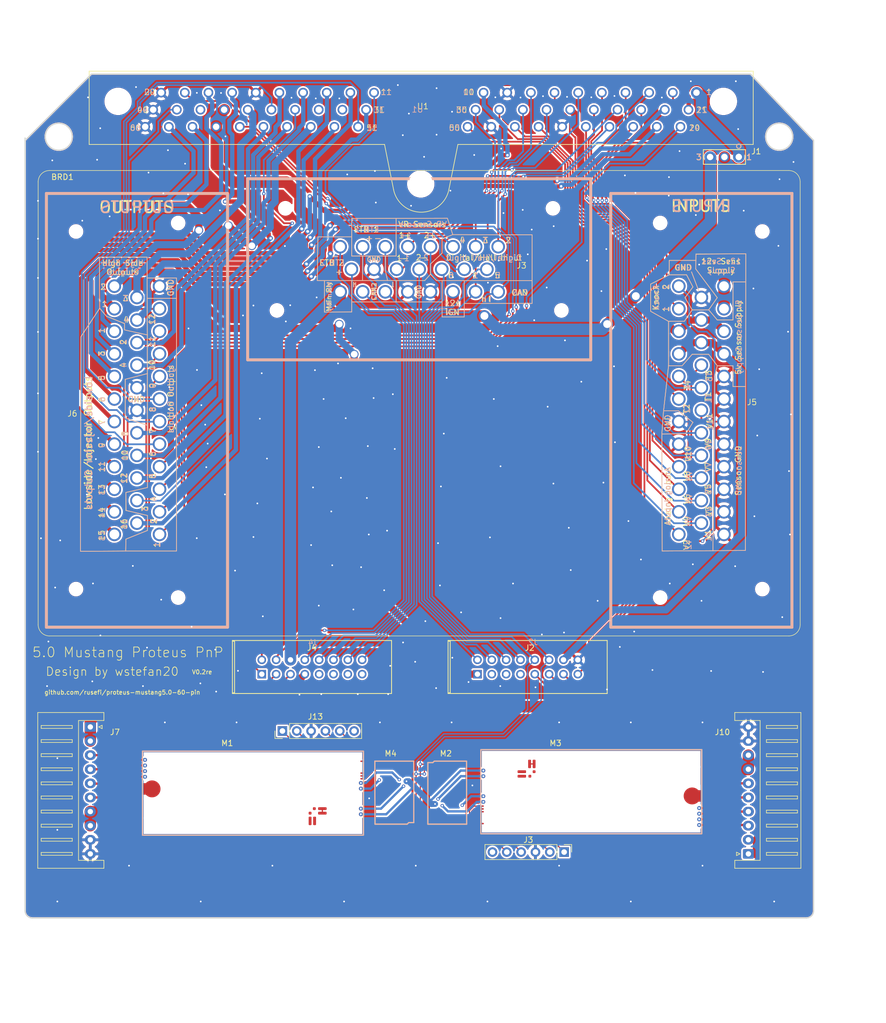
<source format=kicad_pcb>
(kicad_pcb (version 20211014) (generator pcbnew)
  (title_block (title "134pin 7-967288-1 Breakout board") (date "2020-06-02") (rev "R0.1"))
  (layers (0 "F.Cu" signal) (31 "B.Cu" signal) (34 "B.Paste" user) (35 "F.Paste" user) (36 "B.SilkS" user "B.Silkscreen") (37 "F.SilkS" user "F.Silkscreen") (38 "B.Mask" user) (39 "F.Mask" user) (44 "Edge.Cuts" user))
  (net 0 "")
  (net 1 "GND")
  (net 2 "/ETB1-")
  (net 3 "/ETB1+")
  (net 4 "/IGN10")
  (net 5 "/IGN9")
  (net 6 "/5V_SENSE_2")
  (net 7 "/12V_MR")
  (net 8 "/CAN-")
  (net 9 "/CAN+")
  (net 10 "/AT4")
  (net 11 "/AT3")
  (net 12 "/VR2-")
  (net 13 "/VR2+")
  (net 14 "/DIGITAL_5")
  (net 15 "/AV11")
  (net 16 "/CAN2+")
  (net 17 "/CAN2-")
  (net 18 "/ETB2+")
  (net 19 "/VR1-")
  (net 20 "/DIGITAL_6")
  (net 21 "/DIGITAL_1")
  (net 22 "/ETB2-")
  (net 23 "/VR1+")
  (net 24 "/DIGITAL_4")
  (net 25 "/DIGITAL_3")
  (net 26 "/DIGITAL_2")
  (net 27 "/IGN12")
  (net 28 "/IGN11")
  (net 29 "/KNOCK_2")
  (net 30 "/KNOCK_1")
  (net 31 "/5V_SENSE_1")
  (net 32 "/AT2")
  (net 33 "/AV8")
  (net 34 "/AV6")
  (net 35 "/AV4")
  (net 36 "/AV2")
  (net 37 "/AT1")
  (net 38 "/AV9")
  (net 39 "/AV7")
  (net 40 "/AV5")
  (net 41 "/AV3")
  (net 42 "/AV1")
  (net 43 "/IGN1")
  (net 44 "/IGN2")
  (net 45 "/IGN4")
  (net 46 "/IGN5")
  (net 47 "/IGN6")
  (net 48 "/IGN7")
  (net 49 "/IGN8")
  (net 50 "/LS16")
  (net 51 "/IGN3")
  (net 52 "/LS12")
  (net 53 "/LS10")
  (net 54 "/LS8")
  (net 55 "/LS4")
  (net 56 "/LS2")
  (net 57 "/HS4")
  (net 58 "/HS3")
  (net 59 "/LS15")
  (net 60 "/LS14")
  (net 61 "/LS13")
  (net 62 "/LS11")
  (net 63 "/LS9")
  (net 64 "/LS7")
  (net 65 "/LS6")
  (net 66 "/LS5")
  (net 67 "/LS3")
  (net 68 "/LS1")
  (net 69 "/HS1")
  (net 70 "/HS2")
  (net 71 "/MR_INPUT")
  (net 72 "/12V")
  (net 83 "Net-(J3-Pad1)")
  (net 84 "Net-(J3-Pad2)")
  (net 85 "Net-(J3-Pad4)")
  (net 86 "Net-(J3-Pad5)")
  (net 88 "Net-(J7-Pad3)")
  (net 89 "Net-(J7-Pad4)")
  (net 90 "Net-(J7-Pad5)")
  (net 91 "Net-(J7-Pad6)")
  (net 92 "Net-(J7-Pad7)")
  (net 93 "Net-(J10-Pad3)")
  (net 94 "Net-(J10-Pad4)")
  (net 95 "Net-(J10-Pad5)")
  (net 96 "Net-(J10-Pad6)")
  (net 97 "Net-(J10-Pad7)")
  (net 98 "Net-(J13-Pad1)")
  (net 99 "Net-(J13-Pad2)")
  (net 100 "Net-(J13-Pad4)")
  (net 101 "Net-(J13-Pad5)")
  (net 104 "Net-(M1-PadJ2)")
  (net 108 "+5VA")
  (net 109 "Net-(M1-PadW2)")
  (net 110 "Net-(M1-PadW3)")
  (net 111 "Net-(M1-PadW4)")
  (net 112 "Net-(M2-PadV2)")
  (net 113 "Net-(M2-PadV5)")
  (net 114 "Net-(M2-PadV6)")
  (net 115 "Net-(M3-PadJ1)")
  (footprint "FORD60PIN:FORD60PIN" (layer "F.Cu") (at 117.1618 72.2122)
    (fp_text reference "U1")
    (fp_text value "FORD60PIN")
  )
  (footprint "51033083:5103308-3" (layer "F.Cu") (at 176.03 169.25036)
    (fp_text reference "J2")
    (fp_text value "5103308-3" hide)
  )
  (footprint "51033083:5103308-3" (layer "F.Cu") (at 137.82341 169.25036)
    (fp_text reference "J4")
    (fp_text value "5103308-3" hide)
  )
  (footprint "5-146280-3:5-146280-3" (layer "F.Cu") (at 222.3262 77.56906 180)
    (fp_text reference "J1")
    (fp_text value "5-146280-3" hide)
  )
  (footprint "Connector_Molex:proteus" (layer "F.Cu") (at 98.204 162.422)
    (fp_text reference "BRD1")
    (fp_text value "proteus")
  )
  (footprint "hellen-one-wbo-0.3:wbo" (layer "F.Cu") (at 176.517 197.638)
    (fp_text reference "M3")
    (fp_text value "Module-wbo-0.3" hide)
  )
  (footprint "Connector_PinHeader_2.54mm:PinHeader_1x06_P2.54mm_Vertical" (layer "F.Cu") (at 141.478 179.324 90)
    (fp_text reference "J13")
    (fp_text value "Conn_01x06")
  )
  (footprint "hellen-one-can-0.1:can" (layer "F.Cu") (at 167.142663 184.560502 -90)
    (fp_text reference "M2")
    (fp_text value "Module-can-0.1" hide)
  )
  (footprint "hellen-one-wbo-0.3:wbo" (layer "F.Cu") (at 155.927 182.788 180)
    (fp_text reference "M1")
    (fp_text value "Module-wbo-0.3" hide)
  )
  (footprint "Connector_JST:JST_XH_S10B-XH-A_1x10_P2.50mm_Horizontal" (layer "F.Cu") (at 107.442 178.607 -90)
    (fp_text reference "J7")
    (fp_text value "XH-10AW")
  )
  (footprint "hellen-one-can-0.1:can" (layer "F.Cu") (at 164.835337 195.935499 90)
    (fp_text reference "M4")
    (fp_text value "Module-can-0.1" hide)
  )
  (footprint "Connector_PinHeader_2.54mm:PinHeader_1x06_P2.54mm_Vertical" (layer "F.Cu") (at 191.389 200.787 -90)
    (fp_text reference "J3")
    (fp_text value "Conn_01x06")
  )
  (footprint "Connector_JST:JST_XH_S10B-XH-A_1x10_P2.50mm_Horizontal" (layer "F.Cu") (at 224.028 201.107 90)
    (fp_text reference "J10")
    (fp_text value "XH-10AW")
  )
  (gr_line (start 95.885 211.201) (end 95.885 74.201) (layer "Edge.Cuts") (width 0.2))
  (gr_line (start 224.4061 62.865) (end 107.6381 62.865) (layer "Edge.Cuts") (width 0.2))
  (gr_line (start 107.6381 62.865) (end 95.885 74.627) (layer "Edge.Cuts") (width 0.2))
  (gr_line (start 235.585 211.201) (end 235.585 74.627) (layer "Edge.Cuts") (width 0.2))
  (gr_arc (start 235.585 211.201) (mid 235.213026 212.099026) (end 234.315 212.471) (layer "Edge.Cuts") (width 0.2))
  (gr_circle (center 101.854 73.9775) (end 104.23525 73.9775) (layer "Edge.Cuts") (width 0.2) (fill none))
  (gr_line (start 224.4061 62.865) (end 235.585 74.627) (layer "Edge.Cuts") (width 0.2))
  (gr_arc (start 97.155 212.471) (mid 96.256974 212.099026) (end 95.885 211.201) (layer "Edge.Cuts") (width 0.2))
  (gr_line (start 234.315 212.471) (end 97.155 212.471) (layer "Edge.Cuts") (width 0.2))
  (gr_circle (center 229.4965 73.9775) (end 231.87775 73.9775) (layer "Edge.Cuts") (width 0.2) (fill none))
  (gr_text "20" (at 117.9703 66.0654) (layer "B.SilkS") (effects (font (size 1.016 1.016) (thickness 0.13)) (justify mirror)))
  (gr_text "60" (at 115.4303 72.4154) (layer "B.SilkS") (effects (font (size 1.016 1.016) (thickness 0.13)) (justify mirror)))
  (gr_text "40" (at 116.7003 69.2404) (layer "B.SilkS") (effects (font (size 1.016 1.016) (thickness 0.13)) (justify mirror)))
  (gr_text "51" (at 157.3403 72.4154) (layer "B.SilkS") (effects (font (size 1.016 1.016) (thickness 0.13)) (justify mirror)))
  (gr_text "41" (at 214.4903 72.4154) (layer "B.SilkS") (effects (font (size 1.016 1.016) (thickness 0.13)) (justify mirror)))
  (gr_text "31" (at 158.6103 69.2404) (layer "B.SilkS") (effects (font (size 1.016 1.016) (thickness 0.13)) (justify mirror)))
  (gr_text "50" (at 171.9453 72.4154) (layer "B.SilkS") (effects (font (size 1.016 1.016) (thickness 0.13)) (justify mirror)))
  (gr_text "30" (at 173.2153 69.2404) (layer "B.SilkS") (effects (font (size 1.016 1.016) (thickness 0.13)) (justify mirror)))
  (gr_text "10" (at 174.4853 66.0654) (layer "B.SilkS") (effects (font (size 1.016 1.016) (thickness 0.13)) (justify mirror)))
  (gr_text "21" (at 215.7603 69.2404) (layer "B.SilkS") (effects (font (size 1.016 1.016) (thickness 0.13)) (justify mirror)))
  (gr_text "1" (at 217.0303 66.0654) (layer "B.SilkS") (effects (font (size 1.016 1.016) (thickness 0.13)) (justify mirror)))
  (gr_text "11" (at 159.8803 66.0654) (layer "B.SilkS") (effects (font (size 1.016 1.016) (thickness 0.13)) (justify mirror)))
  (gr_text "J4" (at 146.88312 163.65728) (layer "B.SilkS") (effects (font (size 1.016 1.016) (thickness 0.13)) (justify mirror)))
  (gr_text "U1" (at 165.3921 69.1642) (layer "B.SilkS") (effects (font (size 1.016 1.016) (thickness 0.13)) (justify mirror)))
  (gr_text "J2" (at 185.88482 163.5887) (layer "B.SilkS") (effects (font (size 1.016 1.016) (thickness 0.13)) (justify mirror)))
  (gr_text "21" (at 215.7603 69.2404) (layer "F.SilkS") (effects (font (size 1.016 1.016) (thickness 0.13))))
  (gr_text "J3" (at 183.85028 96.82226) (layer "F.SilkS") (effects (font (size 1.016 1.016) (thickness 0.13))))
  (gr_text "J5" (at 224.663 121.0437) (layer "F.SilkS") (effects (font (size 1.016 1.016) (thickness 0.13))))
  (gr_text "60" (at 115.4303 72.4154) (layer "F.SilkS") (effects (font (size 1.016 1.016) (thickness 0.13))))
  (gr_text "J6" (at 104.267 123.063) (layer "F.SilkS") (effects (font (size 1.016 1.016) (thickness 0.13))))
  (gr_text "10" (at 174.4853 66.0654) (layer "F.SilkS") (effects (font (size 1.016 1.016) (thickness 0.13))))
  (gr_text "V0.2re" (at 127.23876 168.8719) (layer "F.SilkS") (effects (font (size 0.75 0.75) (thickness 0.13))))
  (gr_text "20" (at 214.4903 72.4154) (layer "F.SilkS") (effects (font (size 1.016 1.016) (thickness 0.13))))
  (gr_text "5.0 Mustang Proteus PnP" (at 114.09934 165.3794) (layer "F.SilkS") (effects (font (size 1.75 1.75) (thickness 0.13))))
  (gr_text "1" (at 217.0303 66.0654) (layer "F.SilkS") (effects (font (size 1.016 1.016) (thickness 0.13))))
  (gr_text "51" (at 157.3403 72.4154) (layer "F.SilkS") (effects (font (size 1.016 1.016) (thickness 0.13))))
  (gr_text "Design by wstefan20" (at 111.32058 168.78554) (layer "F.SilkS") (effects (font (size 1.5 1.5) (thickness 0.13))))
  (gr_text "50" (at 171.9453 72.4154) (layer "F.SilkS") (effects (font (size 1.016 1.016) (thickness 0.13))))
  (gr_text "github.com/rusefi/proteus-mustang5.0-60-pin" (at 113.11636 172.47362) (layer "F.SilkS") (effects (font (size 0.75 0.75) (thickness 0.13))))
  (gr_text "20" (at 117.9703 66.0654) (layer "F.SilkS") (effects (font (size 1.016 1.016) (thickness 0.13))))
  (gr_text "31" (at 158.6103 69.2404) (layer "F.SilkS") (effects (font (size 1.016 1.016) (thickness 0.13))))
  (gr_text "40" (at 116.7003 69.2404) (layer "F.SilkS") (effects (font (size 1.016 1.016) (thickness 0.13))))
  (gr_text "11" (at 159.8803 66.0654) (layer "F.SilkS") (effects (font (size 1.016 1.016) (thickness 0.13))))
  (gr_text "30" (at 173.2153 69.2404) (layer "F.SilkS") (effects (font (size 1.016 1.016) (thickness 0.13))))
  (segment (start 219.707477 124.49048) (end 219.717 124.500003) (width 0.3048) (layer "F.Cu") (net 1))
  (segment (start 217.685995 124.49048) (end 219.707477 124.49048) (width 0.3048) (layer "F.Cu") (net 1))
  (segment (start 217.195619 124.000104) (end 217.685995 124.49048) (width 0.3048) (layer "F.Cu") (net 1))
  (via (at 136.33958 103.90124) (size 0.6) (drill 0.3) (layers "F.Cu" "B.Cu") (net 1))
  (via (at 200.22312 114.67846) (size 0.6) (drill 0.3) (layers "F.Cu" "B.Cu") (net 1))
  (via (at 214.72144 87.86114) (size 0.6) (drill 0.3) (layers "F.Cu" "B.Cu") (net 1))
  (via (at 225.0948 141.25702) (size 0.6) (drill 0.3) (layers "F.Cu" "B.Cu") (net 1))
  (via (at 121.3231 122.24766) (size 0.6) (drill 0.3) (layers "F.Cu" "B.Cu") (net 1))
  (via (at 198.85914 93.89618) (size 0.6) (drill 0.3) (layers "F.Cu" "B.Cu") (net 1))
  (via (at 130.59918 66.22288) (size 0.6) (drill 0.3) (layers "F.Cu" "B.Cu") (net 1))
  (via (at 155.41752 150.28672) (size 0.6) (drill 0.3) (layers "F.Cu" "B.Cu") (net 1))
  (via (at 161.03854 119.6213) (size 0.6) (drill 0.3) (layers "F.Cu" "B.Cu") (net 1))
  (via (at 101.21138 153.89098) (size 0.6) (drill 0.3) (layers "F.Cu" "B.Cu") (net 1))
  (via (at 184.0484 86.94674) (size 0.6) (drill 0.3) (layers "F.Cu" "B.Cu") (net 1))
  (via (at 130.4036 87.0331) (size 0.6) (drill 0.3) (layers "F.Cu" "B.Cu") (net 1))
  (via (at 158.0261 85.6488) (size 0.6) (drill 0.3) (layers "F.Cu" "B.Cu") (net 1))
  (via (at 156.4386 138.01852) (size 0.6) (drill 0.3) (layers "F.Cu" "B.Cu") (net 1))
  (via (at 114.3 203.2) (size 0.6) (drill 0.3) (layers "F.Cu" "B.Cu") (net 1))
  (via (at 98.171 129.82702) (size 0.6) (drill 0.3) (layers "F.Cu" "B.Cu") (net 1))
  (via (at 186.08294 106.5022) (size 0.6) (drill 0.3) (layers "F.Cu" "B.Cu") (net 1))
  (via (at 154.05354 157.78226) (size 0.6) (drill 0.3) (layers "F.Cu" "B.Cu") (net 1))
  (via (at 107.03306 67.00012) (size 0.6) (drill 0.3) (layers "F.Cu" "B.Cu") (net 1))
  (via (at 153.543 107.95) (size 0.6) (drill 0.3) (layers "F.Cu" "B.Cu") (net 1))
  (via (at 177.8 209.55) (size 0.6) (drill 0.3) (layers "F.Cu" "B.Cu") (net 1))
  (via (at 160.2105 172.79874) (size 0.6) (drill 0.3) (layers "F.Cu" "B.Cu") (net 1))
  (via (at 202.15352 80.8355) (size 0.6) (drill 0.3) (layers "F.Cu" "B.Cu") (net 1))
  (via (at 182.3339 153.18232) (size 0.6) (drill 0.3) (layers "F.Cu" "B.Cu") (net 1))
  (via (at 119.99976 156.0449) (size 0.6) (drill 0.3) (layers "F.Cu" "B.Cu") (net 1))
  (via (at 229.35184 93.32214) (size 0.6) (drill 0.3) (layers "F.Cu" "B.Cu") (net 1))
  (via (at 225.9457 115.19154) (size 0.6) (drill 0.3) (layers "F.Cu" "B.Cu") (net 1))
  (via (at 204.02296 83.92414) (size 0.6) (drill 0.3) (layers "F.Cu" "B.Cu") (net 1))
  (via (at 166.57828 77.54112) (size 0.6) (drill 0.3) (layers "F.Cu" "B.Cu") (net 1))
  (via (at 151.83866 134.4422) (size 0.6) (drill 0.3) (layers "F.Cu" "B.Cu") (net 1))
  (via (at 229.54742 81.51368) (size 0.6) (drill 0.3) (layers "F.Cu" "B.Cu") (net 1))
  (via (at 154.82316 172.79874) (size 0.6) (drill 0.3) (layers "F.Cu" "B.Cu") (net 1))
  (via (at 179.60848 111.10214) (size 0.6) (drill 0.3) (layers "F.Cu" "B.Cu") (net 1))
  (via (at 191.53378 110.08106) (size 0.6) (drill 0.3) (layers "F.Cu" "B.Cu") (net 1))
  (via (at 127.1143 121.56694) (size 0.6) (drill 0.3) (layers "F.Cu" "B.Cu") (net 1))
  (via (at 165.1 203.2) (size 0.6) (drill 0.3) (layers "F.Cu" "B.Cu") (net 1))
  (via (at 102.108 145.542) (size 0.6) (drill 0.3) (layers "F.Cu" "B.Cu") (net 1))
  (via (at 184.94502 94.82328) (size 0.6) (drill 0.3) (layers "F.Cu" "B.Cu") (net 1))
  (via (at 107.69092 134.2898) (size 0.6) (drill 0.3) (layers "F.Cu" "B.Cu") (net 1))
  (via (at 151.55926 67.19062) (size 0.6) (drill 0.3) (layers "F.Cu" "B.Cu") (net 1))
  (via (at 151.32812 114.16792) (size 0.6) (drill 0.3) (layers "F.Cu" "B.Cu") (net 1))
  (via (at 191.90208 66.91122) (size 0.6) (drill 0.3) (layers "F.Cu" "B.Cu") (net 1))
  (via (at 108.64596 78.06182) (size 0.6) (drill 0.3) (layers "F.Cu" "B.Cu") (net 1))
  (via (at 221.80804 64.14516) (size 0.6) (drill 0.3) (layers "F.Cu" "B.Cu") (net 1))
  (via (at 162.84956 163.63188) (size 0.6) (drill 0.3) (layers "F.Cu" "B.Cu") (net 1))
  (via (at 232.02392 78.45298) (size 0.6) (drill 0.3) (layers "F.Cu" "B.Cu") (net 1))
  (via (at 180.63972 87.51062) (size 0.6) (drill 0.3) (layers "F.Cu" "B.Cu") (net 1))
  (via (at 179.78374 95.92564) (size 0.6) (drill 0.3) (layers "F.Cu" "B.Cu") (net 1))
  (via (at 190.5 203.2) (size 0.6) (drill 0.3) (layers "F.Cu" "B.Cu") (net 1))
  (via (at 173.76648 95.12808) (size 0.6) (drill 0.3) (layers "F.Cu" "B.Cu") (net 1))
  (via (at 110.86338 88.10244) (size 0.6) (drill 0.3) (layers "F.Cu" "B.Cu") (net 1))
  (via (at 187.44438 162.21202) (size 0.6) (drill 0.3) (layers "F.Cu" "B.Cu") (net 1))
  (via (at 137.03554 138.98118) (size 0.6) (drill 0.3) (layers "F.Cu" "B.Cu") (net 1))
  (via (at 209.96148 81.13776) (size 0.6) (drill 0.3) (layers "F.Cu" "B.Cu") (net 1))
  (via (at 203.79944 161.69894) (size 0.6) (drill 0.3) (layers "F.Cu" "B.Cu") (net 1))
  (via (at 195.45046 95.94088) (size 0.6) (drill 0.3) (layers "F.Cu" "B.Cu") (net 1))
  (via (at 146.558 146.3675) (size 0.6) (drill 0.3) (layers "F.Cu" "B.Cu") (net 1))
  (via (at 190.5 177.8) (size 0.6) (drill 0.3) (layers "F.Cu" "B.Cu") (net 1))
  (via (at 168.7068 171.72178) (size 0.6) (drill 0.3) (layers "F.Cu" "B.Cu") (net 1))
  (via (at 170.57878 116.72316) (size 0.6) (drill 0.3) (layers "F.Cu" "B.Cu") (net 1))
  (via (at 150.13432 140.40358) (size 0.6) (drill 0.3) (layers "F.Cu" "B.Cu") (net 1))
  (via (at 223.2025 87.08898) (size 0.6) (drill 0.3) (layers "F.Cu" "B.Cu") (net 1))
  (via (at 147.91944 157.099) (size 0.6) (drill 0.3) (layers "F.Cu" "B.Cu") (net 1))
  (via (at 147.91944 128.99136) (size 0.6) (drill 0.3) (layers "F.Cu" "B.Cu") (net 1))
  (via (at 202.77836 142.10792) (size 0.6) (drill 0.3) (layers "F.Cu" "B.Cu") (net 1))
  (via (at 180.0733 171.36364) (size 0.6) (drill 0.3) (layers "F.Cu" "B.Cu") (net 1))
  (via (at 178.92776 120.4722) (size 0.6) (drill 0.3) (layers "F.Cu" "B.Cu") (net 1))
  (via (at 143.08582 67.0687) (size 0.6) (drill 0.3) (layers "F.Cu" "B.Cu") (net 1))
  (via (at 124.83592 107.96778) (size 0.6) (drill 0.3) (layers "F.Cu" "B.Cu") (net 1))
  (via (at 109.23016 162.38728) (size 0.6) (drill 0.3) (layers "F.Cu" "B.Cu") (net 1))
  (via (at 121.1961 76.36764) (size 0.6) (drill 0.3) (layers "F.Cu" "B.Cu") (net 1))
  (via (at 192.2145 143.30172) (size 0.6) (drill 0.3) (layers "F.Cu" "B.Cu") (net 1))
  (via (at 125.38456 160.8328) (size 0.6) (drill 0.3) (layers "F.Cu" "B.Cu") (net 1))
  (via (at 203.2 177.8) (size 0.6) (drill 0.3) (layers "F.Cu" "B.Cu") (net 1))
  (via (at 138.00328 158.99384) (size 0.6) (drill 0.3) (layers "F.Cu" "B.Cu") (net 1))
  (via (at 198.98106 171.96054) (size 0.6) (drill 0.3) (layers "F.Cu" "B.Cu") (net 1))
  (via (at 133.08584 150.89124) (size 0.6) (drill 0.3) (layers "F.Cu" "B.Cu") (net 1))
  (via (at 230.0351 159.1437) (size 0.6) (drill 0.3) (layers "F.Cu" "B.Cu") (net 1))
  (via (at 231.39908 144.49298) (size 0.6) (drill 0.3) (layers "F.Cu" "B.Cu") (net 1))
  (via (at 98.171 108.58246) (size 0.6) (drill 0.3) (layers "F.Cu" "B.Cu") (net 1))
  (via (at 222.22206 72.62368) (size 0.6) (drill 0.3) (layers "F.Cu" "B.Cu") (net 1))
  (via (at 150.3045 149.94382) (size 0.6) (drill 0.3) (layers "F.Cu" "B.Cu") (net 1))
  (via (at 128.2319 128.37668) (size 0.6) (drill 0.3) (layers "F.Cu" "B.Cu") (net 1))
  (via (at 209.92338 84.42452) (size 0.6) (drill 0.3) (layers "F.Cu" "B.Cu") (net 1))
  (via (at 210.10372 153.18232) (size 0.6) (drill 0.3) (layers "F.Cu" "B.Cu") (net 1))
  (via (at 126.3396 115.32362) (size 0.6) (drill 0.3) (layers "F.Cu" "B.Cu") (net 1))
  (via (at 159.50438 154.37358) (size 0.6) (drill 0.3) (layers "F.Cu" "B.Cu") (net 1))
  (via (at 141.916742 93.359119) (size 0.6) (drill 0.3) (layers "F.Cu" "B.Cu") (net 1))
  (via (at 158.75 177.8) (size 0.6) (drill 0.3) (layers "F.Cu" "B.Cu") (net 1))
  (via (at 161.3789 129.33172) (size 0.6) (drill 0.3) (layers "F.Cu" "B.Cu") (net 1))
  (via (at 168.78808 73.61936) (size 0.6) (drill 0.3) (layers "F.Cu" "B.Cu") (net 1))
  (via (at 131.28752 137.3886) (size 0.6) (drill 0.3) (layers "F.Cu" "B.Cu") (net 1))
  (via (at 106.0196 88.85936) (size 0.6) (drill 0.3) (layers "F.Cu" "B.Cu") (net 1))
  (via (at 191.3636 161.86912) (size 0.6) (drill 0.3) (layers "F.Cu" "B.Cu") (net 1))
  (via (at 101.6 209.55) (size 0.6) (drill 0.3) (layers "F.Cu" "B.Cu") (net 1))
  (via (at 157.6324 120.30202) (size 0.6) (drill 0.3) (layers "F.Cu" "B.Cu") (net 1))
  (via (at 126.31674 66.2051) (size 0.6) (drill 0.3) (layers "F.Cu" "B.Cu") (net 1))
  (via (at 120.65 177.8) (size 0.6) (drill 0.3) (layers "F.Cu" "B.Cu") (net 1))
  (via (at 134.493 105.664) (size 0.6) (drill 0.3) (layers "F.Cu" "B.Cu") (net 1))
  (via (at 162.80384 73.70318) (size 0.6) (drill 0.3) (layers "F.Cu" "B.Cu") (net 1))
  (via (at 98.171 119.47144) (size 0.6) (drill 0.3) (layers "F.Cu" "B.Cu") (net 1))
  (via (at 107.79506 170.52544) (size 0.6) (drill 0.3) (layers "F.Cu" "B.Cu") (net 1))
  (via (at 99.77628 171.36364) (size 0.6) (drill 0.3) (layers "F.Cu" "B.Cu") (net 1))
  (via (at 142.07998 106.72318) (size 0.6) (drill 0.3) (layers "F.Cu" "B.Cu") (net 1))
  (via (at 187.6425 66.79438) (size 0.6) (drill 0.3) (layers "F.Cu" "B.Cu") (net 1))
  (via (at 163.88334 69.88048) (size 0.6) (drill 0.3) (layers "F.Cu" "B.Cu") (net 1))
  (via (at 116.76888 171.36364) (size 0.6) (drill 0.3) (layers "F.Cu" "B.Cu") (net 1))
  (via (at 215.9 203.2) (size 0.6) (drill 0.3) (layers "F.Cu" "B.Cu") (net 1))
  (via (at 147.5359 102.4636) (size 0.6) (drill 0.3) (layers "F.Cu" "B.Cu") (net 1))
  (via (at 147.3835 67.19062) (size 0.6) (drill 0.3) (layers "F.Cu" "B.Cu") (net 1))
  (via (at 127.98806 132.56006) (size 0.6) (drill 0.3) (layers "F.Cu" "B.Cu") (net 1))
  (via (at 213.8299 64.14516) (size 0.6) (drill 0.3) (layers "F.Cu" "B.Cu") (net 1))
  (via (at 171.45 177.8) (size 0.6) (drill 0.3) (layers "F.Cu" "B.Cu") (net 1))
  (via (at 156.60878 128.81864) (size 0.6) (drill 0.3) (layers "F.Cu" "B.Cu") (net 1))
  (via (at 179.20208 66.98996) (size 0.6) (drill 0.3) (layers "F.Cu" "B.Cu") (net 1))
  (via (at 203.2 209.55) (size 0.6) (drill 0.3) (layers "F.Cu" "B.Cu") (net 1))
  (via (at 101.6 196.85) (size 0.6) (drill 0.3) (layers "F.Cu" "B.Cu") (net 1))
  (via (at 127.79502 125.02134) (size 0.6) (drill 0.3) (layers "F.Cu" "B.Cu") (net 1))
  (via (at 168.78808 65.37452) (size 0.6) (drill 0.3) (layers "F.Cu" "B.Cu") (net 1))
  (via (at 152.4 209.55) (size 0.6) (drill 0.3) (layers "F.Cu" "B.Cu") (net 1))
  (via (at 180.11902 132.3975) (size 0.6) (drill 0.3) (layers "F.Cu" "B.Cu") (net 1))
  (via (at 108.42244 131.1275) (size 0.6) (drill 0.3) (layers "F.Cu" "B.Cu") (net 1))
  (via (at 188.468 121.83618) (size 0.6) (drill 0.3) (layers "F.Cu" "B.Cu") (net 1))
  (via (at 169.5577 135.97382) (size 0.6) (drill 0.3) (layers "F.Cu" "B.Cu") (net 1))
  (via (at 138.73988 131.03098) (size 0.6) (drill 0.3) (layers "F.Cu" "B.Cu") (net 1))
  (via (at 189.48908 135.46328) (size 0.6) (drill 0.3) (layers "F.Cu" "B.Cu") (net 1))
  (via (at 169.38498 153.52268) (size 0.6) (drill 0.3) (layers "F.Cu" "B.Cu") (net 1))
  (via (at 183.65724 67.0306) (size 0.6) (drill 0.3) (layers "F.Cu" "B.Cu") (net 1))
  (via (at 224.92462 100.88118) (size 0.6) (drill 0.3) (layers "F.Cu" "B.Cu") (net 1))
  (via (at 152.9588 80.66278) (size 0.6) (drill 0.3) (layers "F.Cu" "B.Cu") (net 1))
  (via (at 106.81716 137.40384) (size 0.6) (drill 0.3) (layers "F.Cu" "B.Cu") (net 1))
  (via (at 160.56864 167.77208) (size 0.6) (drill 0.3) (layers "F.Cu" "B.Cu") (net 1))
  (via (at 107.91444 153.17216) (size 0.6) (drill 0.3) (layers "F.Cu" "B.Cu") (net 1))
  (via (at 180.237697 76.079368) (size 0.6) (drill 0.3) (layers "F.Cu" "B.Cu") (net 1))
  (via (at 98.171 85.344) (size 0.6) (drill 0.3) (layers "F.Cu" "B.Cu") (net 1))
  (via (at 139.7 203.2) (size 0.6) (drill 0.3) (layers "F.Cu" "B.Cu") (net 1))
  (via (at 144.497598 172.889572) (size 0.6) (drill 0.3) (layers "F.Cu" "B.Cu") (net 1))
  (via (at 127 209.55) (size 0.6) (drill 0.3) (layers "F.Cu" "B.Cu") (net 1))
  (via (at 211.83346 76.52766) (size 0.6) (drill 0.3) (layers "F.Cu" "B.Cu") (net 1))
  (via (at 152.68956 123.87834) (size 0.6) (drill 0.3) (layers "F.Cu" "B.Cu") (net 1))
  (via (at 147.23872 115.36172) (size 0.6) (drill 0.3) (layers "F.Cu" "B.Cu") (net 1))
  (via (at 215.31072 96.64192) (size 0.6) (drill 0.3) (layers "F.Cu" "B.Cu") (net 1))
  (via (at 175.133 188.976) (size 0.6) (drill 0.3) (layers "F.Cu" "B.Cu") (net 1))
  (via (at 200.30186 66.75374) (size 0.6) (drill 0.3) (layers "F.Cu" "B.Cu") (net 1))
  (via (at 161.92754 64.8208) (size 0.6) (drill 0.3) (layers "F.Cu" "B.Cu") (net 1))
  (via (at 148.77288 120.4722) (size 0.6) (drill 0.3) (layers "F.Cu" "B.Cu") (net 1))
  (via (at 124.2314 78.76032) (size 0.6) (drill 0.3) (layers "F.Cu" "B.Cu") (net 1))
  (via (at 157.86354 80.05318) (size 0.6) (drill 0.3) (layers "F.Cu" "B.Cu") (net 1))
  (via (at 192.55486 150.79726) (size 0.6) (drill 0.3) (layers "F.Cu" "B.Cu") (net 1))
  (via (at 136.34212 144.93494) (size 0.6) (drill 0.3) (layers "F.Cu" "B.Cu") (net 1))
  (via (at 98.69932 145.15592) (size 0.6) (drill 0.3) (layers "F.Cu" "B.Cu") (net 1))
  (via (at 194.43192 117.40642) (size 0.6) (drill 0.3) (layers "F.Cu" "B.Cu") (net 1))
  (via (at 121.42216 118.35638) (size 0.6) (drill 0.3) (layers "F.Cu" "B.Cu") (net 1))
  (via (at 175.45558 77.216) (size 0.6) (drill 0.3) (layers "F.Cu" "B.Cu") (net 1))
  (via (at 196.19976 66.98996) (size 0.6) (drill 0.3) (layers "F.Cu" "B.Cu") (net 1))
  (via (at 98.171 92.05468) (size 0.6) (drill 0.3) (layers "F.Cu" "B.Cu") (net 1))
  (via (at 188.29528 100.711) (size 0.6) (drill 0.3) (layers "F.Cu" "B.Cu") (net 1))
  (via (at 217.42908 168.68394) (size 0.6) (drill 0.3) (layers "F.Cu" "B.Cu") (net 1))
  (via (at 133.35 177.8) (size 0.6) (drill 0.3) (layers "F.Cu" "B.Cu") (net 1))
  (via (at 174.44974 170.64482) (size 0.6) (drill 0.3) (layers "F.Cu" "B.Cu") (net 1))
  (via (at 100.01504 163.46424) (size 0.6) (drill 0.3) (layers "F.Cu" "B.Cu") (net 1))
  (via (at 186.309 171.577) (size 0.6) (drill 0.3) (layers "F.Cu" "B.Cu") (net 1))
  (via (at 201.2569 164.42182) (size 0.6) (drill 0.3) (layers "F.Cu" "B.Cu") (net 1))
  (via (at 226.62896 168.85412) (size 0.6) (drill 0.3) (layers "F.Cu" "B.Cu") (net 1))
  (via (at 115.53952 65.17386) (size 0.6) (drill 0.3) (layers "F.Cu" "B.Cu") (net 1))
  (via (at 173.13402 158.2928) (size 0.6) (drill 0.3) (layers "F.Cu" "B.Cu") (net 1))
  (via (at 129.7361 172.339) (size 0.6) (drill 0.3) (layers "F.Cu" "B.Cu") (net 1))
  (via (at 217.195619 124.000104) (size 0.78994) (drill 0.43434) (layers "F.Cu" "B.Cu") (net 1))
  (via (at 189.5348 89.83726) (size 0.6) (drill 0.3) (layers "F.Cu" "B.Cu") (net 1))
  (via (at 137.8077 115.90528) (size 0.6) (drill 0.3) (layers "F.Cu" "B.Cu") (net 1))
  (via (at 228.6 209.55) (size 0.6) (drill 0.3) (layers "F.Cu" "B.Cu") (net 1))
  (via (at 221.68866 150.114) (size 0.6) (drill 0.3) (layers "F.Cu" "B.Cu") (net 1))
  (via (at 180.11902 159.31388) (size 0.6) (drill 0.3) (layers "F.Cu" "B.Cu") (net 1))
  (via (at 177.8889 99.84994) (size 0.6) (drill 0.3) (layers "F.Cu" "B.Cu") (net 1))
  (via (at 109.19714 72.47382) (size 0.6) (drill 0.3) (layers "F.Cu" "B.Cu") (net 1))
  (via (at 185.64352 90.4367) (size 0.6) (drill 0.3) (layers "F.Cu" "B.Cu") (net 1))
  (via (at 231.2289 133.2484) (size 0.6) (drill 0.3) (layers "F.Cu" "B.Cu") (net 1))
  (via (at 156.845 191.262) (size 0.6) (drill 0.3) (layers "F.Cu" "B.Cu") (net 1))
  (via (at 160.01746 143.81226) (size 0.6) (drill 0.3) (layers "F.Cu" "B.Cu") (net 1))
  (via (at 124.75718 84.19084) (size 0.6) (drill 0.3) (layers "F.Cu" "B.Cu") (net 1))
  (via (at 126.94158 170.88358) (size 0.6) (drill 0.3) (layers "F.Cu" "B.Cu") (net 1))
  (via (at 215.9 177.8) (size 0.6) (drill 0.3) (layers "F.Cu" "B.Cu") (net 1))
  (via (at 120.38076 84.01558) (size 0.6) (drill 0.3) (layers "F.Cu" "B.Cu") (net 1))
  (via (at 197.993 101.346) (size 0.6) (drill 0.3) (layers "F.Cu" "B.Cu") (net 1))
  (via (at 133.604 168.656) (size 0.6) (drill 0.3) (layers "F.Cu" "B.Cu") (net 1))
  (via (at 137.47496 123.96724) (size 0.6) (drill 0.3) (layers "F.Cu" "B.Cu") (net 1))
  (via (at 170.06824 126.6063) (size 0.6) (drill 0.3) (layers "F.Cu" "B.Cu") (net 1))
  (via (at 204.99324 148.92274) (size 0.6) (drill 0.3) (layers "F.Cu" "B.Cu") (net 1))
  (via (at 166.8018 159.85744) (size 0.6) (drill 0.3) (layers "F.Cu" "B.Cu") (net 1))
  (via (at 131.3883 73.914) (size 0.6) (drill 0.3) (layers "F.Cu" "B.Cu") (net 1))
  (via (at 146.89836 136.14654) (size 0.6) (drill 0.3) (layers "F.Cu" "B.Cu") (net 1))
  (via (at 200.3933 128.13792) (size 0.6) (drill 0.3) (layers "F.Cu" "B.Cu") (net 1))
  (via (at 214.19058 149.77364) (size 0.6) (drill 0.3) (layers "F.Cu" "B.Cu") (net 1))
  (via (at 231.05872 108.5469) (size 0.6) (drill 0.3) (layers "F.Cu" "B.Cu") (net 1))
  (via (at 156.77896 144.49298) (size 0.6) (drill 0.3) (layers "F.Cu" "B.Cu") (net 1))
  (via (at 164.99586 167.0558) (size 0.6) (drill 0.3) (layers "F.Cu" "B.Cu") (net 1))
  (via (at 100.70592 78.17612) (size 0.6) (drill 0.3) (layers "F.Cu" "B.Cu") (net 1))
  (via (at 178.2445 145.00352) (size 0.6) (drill 0.3) (layers "F.Cu" "B.Cu") (net 1))
  (via (at 164.26688 86.21522) (size 0.6) (drill 0.3) (layers "F.Cu" "B.Cu") (net 1))
  (via (at 169.04462 146.02714) (size 0.6) (drill 0.3) (layers "F.Cu" "B.Cu") (net 1))
  (via (at 114.9731 150.06066) (size 0.6) (drill 0.3) (layers "F.Cu" "B.Cu") (net 1))
  (via (at 157.45968 115.02136) (size 0.6) (drill 0.3) (layers "F.Cu" "B.Cu") (net 1))
  (via (at 231.56926 123.19762) (size 0.6) (drill 0.3) (layers "F.Cu" "B.Cu") (net 1))
  (via (at 207.0354 168.51376) (size 0.6) (drill 0.3) (layers "F.Cu" "B.Cu") (net 1))
  (via (at 108.85932 127.38354) (size 0.6) (drill 0.3) (layers "F.Cu" "B.Cu") (net 1))
  (via (at 225.60534 126.94666) (size 0.6) (drill 0.3) (layers "F.Cu" "B.Cu") (net 1))
  (via (at 171.704 98.88474) (size 0.6) (drill 0.3) (layers "F.Cu" "B.Cu") (net 1))
  (via (at 171.52874 69.54774) (size 0.6) (drill 0.3) (layers "F.Cu" "B.Cu") (net 1))
  (via (at 117.4877 164.5412) (size 0.6) (drill 0.3) (layers "F.Cu" "B.Cu") (net 1))
  (via (at 198.3486 135.2931) (size 0.6) (drill 0.3) (layers "F.Cu" "B.Cu") (net 1))
  (via (at 215.72474 156.2481) (size 0.6) (drill 0.3) (layers "F.Cu" "B.Cu") (net 1))
  (via (at 117.75186 80.33766) (size 0.6) (drill 0.3) (layers "F.Cu" "B.Cu") (net 1))
  (via (at 197.32498 156.2481) (size 0.6) (drill 0.3) (layers "F.Cu" "B.Cu") (net 1))
  (via (at 208.70164 67.0306) (size 0.6) (drill 0.3) (layers "F.Cu" "B.Cu") (net 1))
  (via (at 129.57302 164.90188) (size 0.6) (drill 0.3) (layers "F.Cu" "B.Cu") (net 1))
  (via (at 142.85722 103.85298) (size 0.6) (drill 0.3) (layers "F.Cu" "B.Cu") (net 1))
  (via (at 101.6 184.15) (size 0.6) (drill 0.3) (layers "F.Cu" "B.Cu") (net 1))
  (via (at 171.23918 83.5406) (size 0.6) (drill 0.3) (layers "F.Cu" "B.Cu") (net 1))
  (via (at 98.171 99.0092) (size 0.6) (drill 0.3) (layers "F.Cu" "B.Cu") (net 1))
  (via (at 148.3614 172.79874) (size 0.6) (drill 0.3) (layers "F.Cu" "B.Cu") (net 1))
  (via (at 171.577 166.33698) (size 0.6) (drill 0.3) (layers "F.Cu" "B.Cu") (net 1))
  (via (at 126.29896 145.14322) (size 0.6) (drill 0.3) (layers "F.Cu" "B.Cu") (net 1))
  (segment (start 216.69572 124.500003) (end 211.717001 124.500003) (width 0.3048) (layer "B.Cu") (net 1))
  (segment (start 217.195619 124.000104) (end 216.69572 124.500003) (width 0.3048) (layer "B.Cu") (net 1))
  (segment (start 161.671 102.17658) (end 165.259792 105.765372) (width 0.3048) (layer "B.Cu") (net 2))
  (segment (start 165.259792 105.765372) (end 165.259792 157.053978) (width 0.3048) (layer "B.Cu") (net 2))
  (segment (start 159.717001 93.5) (end 159.717001 97.623941) (width 0.3048) (layer "B.Cu") (net 2))
  (segment (start 159.717001 97.623941) (end 161.671 99.57794) (width 0.3048) (layer "B.Cu") (net 2))
  (segment (start 161.671 99.57794) (end 161.671 102.17658) (width 0.3048) (layer "B.Cu") (net 2))
  (segment (start 165.259792 157.053978) (end 155.60341 166.71036) (width 0.3048) (layer "B.Cu") (net 2))
  (segment (start 164.345372 156.675214) (end 158.155796 162.86479) (width 0.3048) (layer "B.Cu") (net 3))
  (segment (start 164.345372 106.774962) (end 164.345372 156.675214) (width 0.3048) (layer "B.Cu") (net 3))
  (segment (start 157.861 102.235) (end 159.58058 103.95458) (width 0.3048) (layer "B.Cu") (net 3))
  (segment (start 155.717002 93.5) (end 155.717002 98.059002) (width 0.3048) (layer "B.Cu") (net 3))
  (segment (start 158.155796 162.86479) (end 154.36898 162.86479) (width 0.3048) (layer "B.Cu") (net 3))
  (segment (start 155.717002 98.059002) (end 157.861 100.203) (width 0.3048) (layer "B.Cu") (net 3))
  (segment (start 157.861 100.203) (end 157.861 102.235) (width 0.3048) (layer "B.Cu") (net 3))
  (segment (start 161.52499 103.95458) (end 164.345372 106.774962) (width 0.3048) (layer "B.Cu") (net 3))
  (segment (start 159.58058 103.95458) (end 161.52499 103.95458) (width 0.3048) (layer "B.Cu") (net 3))
  (segment (start 154.36898 162.86479) (end 150.52341 166.71036) (width 0.3048) (layer "B.Cu") (net 3))
  (segment (start 136.01446 167.44141) (end 137.82341 169.25036) (width 0.3048) (layer "F.Cu") (net 4))
  (segment (start 136.01446 164.57856) (end 136.01446 167.44141) (width 0.3048) (layer "F.Cu") (net 4))
  (segment (start 119.752999 112.499998) (end 117.360711 114.892286) (width 0.3048) (layer "F.Cu") (net 4))
  (segment (start 117.360711 145.924811) (end 136.01446 164.57856) (width 0.3048) (layer "F.Cu") (net 4))
  (segment (start 117.360711 114.892286) (end 117.360711 145.924811) (width 0.3048) (layer "F.Cu") (net 4))
  (segment (start 117.856 145.669) (end 137.82341 165.63641) (width 0.3048) (layer "F.Cu") (net 5))
  (segment (start 117.856 118.396997) (end 117.856 145.669) (width 0.3048) (layer "F.Cu") (net 5))
  (segment (start 137.82341 165.63641) (end 137.82341 166.71036) (width 0.3048) (layer "F.Cu") (net 5))
  (segment (start 119.752999 116.499998) (end 117.856 118.396997) (width 0.3048) (layer "F.Cu") (net 5))
  (segment (start 194.33099 85.32689) (end 195.81622 86.81212) (width 1.27) (layer "F.Cu") (net 6))
  (segment (start 193.34432 70.03552) (end 193.34432 72.719804) (width 1.27) (layer "F.Cu") (net 6))
  (segment (start 210.058 107.569) (end 210.989003 108.500004) (width 1.27) (layer "F.Cu") (net 6))
  (segment (start 208.43048 105.941481) (end 210.058 107.569) (width 1.27) (layer "F.Cu") (net 6))
  (segment (start 192.496 69.1872) (end 193.34432 70.03552) (width 1.27) (layer "F.Cu") (net 6))
  (segment (start 210.961 108.472) (end 211.704 108.472) (width 1.27) (layer "F.Cu") (net 6))
  (segment (start 208.43048 95.171228) (end 208.43048 105.941481) (width 1.27) (layer "F.Cu") (net 6))
  (segment (start 215.704 106.472) (end 217.704 106.472) (width 1.27) (layer "F.Cu") (net 6))
  (segment (start 193.34432 72.719804) (end 194.33099 73.706474) (width 1.27) (layer "F.Cu") (net 6))
  (segment (start 194.33099 73.706474) (end 194.33099 85.32689) (width 1.27) (layer "F.Cu") (net 6))
  (segment (start 200.071372 86.81212) (end 208.43048 95.171228) (width 1.27) (layer "F.Cu") (net 6))
  (segment (start 213.785 106.472) (end 215.704 106.472) (width 1.27) (layer "F.Cu") (net 6))
  (segment (start 217.704 106.472) (end 219.704 108.472) (width 1.27) (layer "F.Cu") (net 6))
  (segment (start 195.81622 86.81212) (end 200.071372 86.81212) (width 1.27) (layer "F.Cu") (net 6))
  (segment (start 211.785 108.472) (end 213.785 106.472) (width 1.27) (layer "F.Cu") (net 6))
  (segment (start 211.704 108.472) (end 211.785 108.472) (width 1.27) (layer "F.Cu") (net 6))
  (segment (start 210.058 107.569) (end 210.961 108.472) (width 1.27) (layer "F.Cu") (net 6))
  (segment (start 142.90341 165.516404) (end 142.90341 166.71036) (width 2.032) (layer "F.Cu") (net 7))
  (segment (start 204.089 102.235) (end 204.04328 102.235) (width 2.032) (layer "F.Cu") (net 7))
  (segment (start 107.442 181.107) (end 107.442 177.464) (width 2.032) (layer "F.Cu") (net 7))
  (segment (start 230.759 177.673) (end 230.759 196.977) (width 2.032) (layer "F.Cu") (net 7))
  (segment (start 144.588262 84.462993) (end 142.167269 82.042) (width 2.032) (layer "F.Cu") (net 7))
  (segment (start 129.768 79.095) (end 129.768 72.2122) (width 2.032) (layer "F.Cu") (net 7))
  (segment (start 229.081 198.655) (end 225.834 198.655) (width 2.032) (layer "F.Cu") (net 7))
  (segment (start 162.458191 175.006) (end 162.458191 166.268191) (width 2.032) (layer "F.Cu") (net 7))
  (segment (start 109.9 175.006) (end 164.592 175.006) (width 2.032) (layer "F.Cu") (net 7))
  (segment (start 144.588262 86.803262) (end 144.588262 84.462993) (width 2.032) (layer "F.Cu") (net 7))
  (segment (start 199.09028 107.188) (end 199.009 107.188) (width 2.032) (layer "F.Cu") (net 7))
  (segment (start 169.66946 105.76306) (end 177.2412 105.76306) (width 2.032) (layer "F.Cu") (net 7))
  (segment (start 225.834 198.655) (end 225.834 201.155) (width 2.032) (layer "F.Cu") (net 7))
  (segment (start 162.458191 166.268191) (end 159.512 163.322) (width 2.032) (layer "F.Cu") (net 7))
  (segment (start 148.317461 90.532461) (end 144.588262 86.803262) (width 2.032) (layer "F.Cu") (net 7))
  (segment (start 164.592 175.006) (end 162.458191 175.006) (width 2.032) (layer "F.Cu") (net 7))
  (segment (start 177.2412 105.76306) (end 177.26406 105.7402) (width 2.032) (layer "F.Cu") (net 7))
  (segment (start 132.715 82.042) (end 129.768 79.095) (width 2.032) (layer "F.Cu") (net 7))
  (segment (start 151.717002 103.228402) (end 151.717002 101.499999) (width 2.032) (layer "F.Cu") (net 7))
  (segment (start 171.717 105.524) (end 171.717 101.499999) (width 2.032) (layer "F.Cu") (net 7))
  (segment (start 230.759 196.977) (end 229.081 198.655) (width 2.032) (layer "F.Cu") (net 7))
  (segment (start 164.592 175.006) (end 228.092 175.006) (width 2.032) (layer "F.Cu") (net 7))
  (segment (start 145.097814 163.322) (end 142.90341 165.516404) (width 2.032) (layer "F.Cu") (net 7))
  (segment (start 204.04328 102.235) (end 199.09028 107.188) (width 2.032) (layer "F.Cu") (net 7))
  (segment (start 151.717002 101.499999) (end 148.17852 97.961517) (width 2.032) (layer "F.Cu") (net 7))
  (segment (start 148.17852 97.961517) (end 148.17852 94.09046) (width 2.032) (layer "F.Cu") (net 7))
  (segment (start 159.512 163.322) (end 145.097814 163.322) (width 2.032) (layer "F.Cu") (net 7))
  (segment (start 142.167269 82.042) (end 132.715 82.042) (width 2.032) (layer "F.Cu") (net 7))
  (segment (start 107.442 177.464) (end 109.9 175.006) (width 2.032) (layer "F.Cu") (net 7))
  (segment (start 169.66946 105.76306) (end 154.25166 105.76306) (width 2.032) (layer "F.Cu") (net 7))
  (segment (start 154.25166 105.76306) (end 151.717002 103.228402) (width 2.032) (layer "F.Cu") (net 7))
  (segment (start 228.092 175.006) (end 230.759 177.673) (width 2.032) (layer "F.Cu") (net 7))
  (segment (start 148.17852 94.09046) (end 148.317461 93.951519) (width 2.032) (layer "F.Cu") (net 7))
  (segment (start 129.768 72.2122) (end 129.768 70.6032) (width 2.032) (layer "F.Cu") (net 7))
  (segment (start 171.704 105.537) (end 171.717 105.524) (width 2.032) (layer "F.Cu") (net 7))
  (segment (start 148.317461 93.951519) (end 148.317461 90.532461) (width 2.032) (layer "F.Cu") (net 7))
  (segment (start 129.768 70.6032) (end 131.184 69.1872) (width 2.032) (layer "F.Cu") (net 7))
  (via (at 199.009 107.188) (size 2) (drill 1.4) (layers "F.Cu" "B.Cu") (net 7))
  (via (at 204.089 102.235) (size 2) (drill 1.4) (layers "F.Cu" "B.Cu") (net 7))
  (via (at 177.26406 105.7402) (size 2) (drill 1.4) (layers "F.Cu" "B.Cu") (net 7))
  (segment (start 217.32494 77.6478) (end 217.32494 88.941409) (width 2.032) (layer "B.Cu") (net 7))
  (segment (start 142.90341 110.33459) (end 151.717002 101.520998) (width 2.032) (layer "B.Cu") (net 7))
  (segment (start 199.009 107.188) (end 199.009 107.26928) (width 2.032) (layer "B.Cu") (net 7))
  (segment (start 179.646861 108.123001) (end 194.226461 108.123001) (width 2.032) (layer "B.Cu") (net 7))
  (segment (start 177.26406 105.7402) (end 179.646861 108.123001) (width 2.032) (layer "B.Cu") (net 7))
  (segment (start 198.155279 108.123001) (end 196.278781 108.123001) (width 2.032) (layer "B.Cu") (net 7))
  (segment (start 198.056219 108.123001) (end 196.278781 108.123001) (width 2.032) (layer "B.Cu") (net 7))
  (segment (start 151.717002 101.520998) (end 151.717002 101.499999) (width 2.032) (layer "B.Cu") (net 7))
  (segment (start 204.089 102.177349) (end 204.089 102.235) (width 2.032) (layer "B.Cu") (net 7))
  (segment (start 142.90341 166.71036) (end 142.90341 110.33459) (width 2.032) (layer "B.Cu") (net 7))
  (segment (start 196.278781 108.123001) (end 194.226461 108.123001) (width 2.032) (layer "B.Cu") (net 7))
  (segment (start 199.009 107.26928) (end 198.155279 108.123001) (width 2.032) (layer "B.Cu") (net 7))
  (segment (start 217.2462 77.56906) (end 217.32494 77.6478) (width 2.032) (layer "B.Cu") (net 7))
  (segment (start 217.32494 88.941409) (end 204.089 102.177349) (width 2.032) (layer "B.Cu") (net 7))
  (segment (start 165.902501 185.202211) (end 165.902501 194.263715) (width 0.2032) (layer "F.Cu") (net 8))
  (segment (start 165.900216 185.199926) (end 165.910791 185.210501) (width 0.2032) (layer "F.Cu") (net 8))
  (segment (start 165.900216 185.199926) (end 165.902501 185.202211) (width 0.2032) (layer "F.Cu") (net 8))
  (segment (start 164.880716 195.2855) (end 164.510336 195.2855) (width 0.2032) (layer "F.Cu") (net 8))
  (segment (start 165.902501 194.263715) (end 164.880716 195.2855) (width 0.2032) (layer "F.Cu") (net 8))
  (segment (start 165.910791 185.210501) (end 167.467664 185.210501) (width 0.2032) (layer "F.Cu") (net 8))
  (via (at 165.900216 185.199926) (size 0.6) (drill 0.3) (layers "F.Cu" "B.Cu") (net 8))
  (segment (start 168.003052 155.450452) (end 174.71886 162.16626) (width 0.3048) (layer "B.Cu") (net 8))
  (segment (start 181.483 99.693) (end 179.322 101.854) (width 0.3048) (layer "B.Cu") (net 8))
  (segment (start 154.971575 75.18147) (end 154.013704 75.18147) (width 0.3048) (layer "B.Cu") (net 8))
  (segment (start 178.92014 89.89314) (end 179.07 90.043) (width 0.3048) (layer "B.Cu") (net 8))
  (segment (start 187.325 168.11536) (end 188.73 166.71036) (width 0.2032) (layer "B.Cu") (net 8))
  (segment (start 179.07 90.043) (end 179.07 90.0757) (width 0.3048) (layer "B.Cu") (net 8))
  (segment (start 181.483 92.4887) (end 181.483 99.693) (width 0.3048) (layer "B.Cu") (net 8))
  (segment (start 180.848 180.34) (end 187.325 173.863) (width 0.2032) (layer "B.Cu") (net 8))
  (segment (start 149.109999 83.646579) (end 155.35656 89.89314) (width 0.3048) (layer "B.Cu") (net 8))
  (segment (start 149.109999 80.085175) (end 149.109999 83.646579) (width 0.3048) (layer "B.Cu") (net 8))
  (segment (start 174.518697 105.135303) (end 169.707183 105.135303) (width 0.3048) (layer "B.Cu") (net 8))
  (segment (start 179.322 101.854) (end 177.8 101.854) (width 0.3048) (layer "B.Cu") (net 8))
  (segment (start 179.07 90.0757) (end 181.483 92.4887) (width 0.3048) (layer "B.Cu") (net 8))
  (segment (start 154.013704 75.18147) (end 149.109999 80.085175) (width 0.3048) (layer "B.Cu") (net 8))
  (segment (start 169.685338 105.12045) (end 168.003052 106.802736) (width 0.3048) (layer "B.Cu") (net 8))
  (segment (start 165.900216 184.619784) (end 170.18 180.34) (width 0.2032) (layer "B.Cu") (net 8))
  (segment (start 177.8 101.854) (end 174.518697 105.135303) (width 0.3048) (layer "B.Cu") (net 8))
  (segment (start 174.71886 162.16626) (end 184.1859 162.16626) (width 0.3048) (layer "B.Cu") (net 8))
  (segment (start 165.900216 185.199926) (end 165.900216 184.619784) (width 0.2032) (layer "B.Cu") (net 8))
  (segment (start 170.18 180.34) (end 180.848 180.34) (width 0.2032) (layer "B.Cu") (net 8))
  (segment (start 155.35656 89.89314) (end 178.92014 89.89314) (width 0.3048) (layer "B.Cu") (net 8))
  (segment (start 157.7448 66.1622) (end 157.7448 72.408244) (width 0.3048) (layer "B.Cu") (net 8))
  (segment (start 157.7448 72.408244) (end 154.971575 75.18147) (width 0.3048) (layer "B.Cu") (net 8))
  (segment (start 184.1859 162.16626) (end 188.73 166.71036) (width 0.3048) (layer "B.Cu") (net 8))
  (segment (start 187.325 173.863) (end 187.325 168.11536) (width 0.2032) (layer "B.Cu") (net 8))
  (segment (start 168.003052 106.802736) (end 168.003052 155.450452) (width 0.3048) (layer "B.Cu") (net 8))
  (segment (start 165.159833 186.944) (end 165.154985 186.948848) (width 0.2032) (layer "F.Cu") (net 9))
  (segment (start 164.880871 194.783129) (end 164.609771 194.783129) (width 0.2032) (layer "F.Cu") (net 9))
  (segment (start 165.154985 186.948848) (end 165.154985 194.509015) (width 0.2032) (layer "F.Cu") (net 9))
  (segment (start 164.605219 194.781559) (end 164.514276 194.781559) (width 0.2032) (layer "F.Cu") (net 9))
  (segment (start 165.154985 194.509015) (end 164.880871 194.783129) (width 0.2032) (layer "F.Cu") (net 9))
  (segment (start 166.628183 186.944) (end 166.628183 186.172033) (width 0.2032) (layer "F.Cu") (net 9))
  (segment (start 177.84851 93.92641) (end 177.84851 86.066976) (width 0.3048) (layer "F.Cu") (net 9))
  (segment (start 166.628183 186.172033) (end 166.633967 186.172033) (width 0.2032) (layer "F.Cu") (net 9))
  (segment (start 175.717 96.05792) (end 177.84851 93.92641) (width 0.3048) (layer "F.Cu") (net 9))
  (segment (start 166.633967 186.172033) (end 167.095498 185.710502) (width 0.2032) (layer "F.Cu") (net 9))
  (segment (start 167.095498 185.710502) (end 167.467664 185.710502) (width 0.2032) (layer "F.Cu") (net 9))
  (segment (start 177.84851 86.066976) (end 180.364446 83.55104) (width 0.3048) (layer "F.Cu") (net 9))
  (segment (start 175.717 101.499999) (end 175.717 96.05792) (width 0.3048) (layer "F.Cu") (net 9))
  (via (at 180.364446 83.55104) (size 0.6) (drill 0.3) (layers "F.Cu" "B.Cu") (net 9))
  (via (at 165.159833 186.944) (size 0.6) (drill 0.3) (layers "F.Cu" "B.Cu") (net 9))
  (via (at 166.628183 186.944) (size 0.6) (drill 0.3) (layers "F.Cu" "B.Cu") (net 9))
  (segment (start 184.912 167.98836) (end 186.19 166.71036) (width 0.2032) (layer "B.Cu") (net 9))
  (segment (start 184.912 175.514) (end 184.912 167.98836) (width 0.2032) (layer "B.Cu") (net 9))
  (segment (start 170.053 179.832) (end 180.594 179.832) (width 0.2032) (layer "B.Cu") (net 9))
  (segment (start 181.75231 78.59769) (end 180.467 79.883) (width 0.3048) (layer "B.Cu") (net 9))
  (segment (start 180.467 79.883) (end 180.467 83.448486) (width 0.3048) (layer "B.Cu") (net 9))
  (segment (start 167.545842 106.613354) (end 167.545842 155.639834) (width 0.3048) (layer "B.Cu") (net 9))
  (segment (start 172.524053 104.66324) (end 172.538906 104.678093) (width 0.3048) (layer "B.Cu") (net 9))
  (segment (start 185.5304 72.4066) (end 185.5304 75.9626) (width 0.3048) (layer "B.Cu") (net 9))
  (segment (start 185.5304 75.9626) (end 182.89482 78.59818) (width 0.3048) (layer "B.Cu") (net 9))
  (segment (start 182.10311 162.62347) (end 186.19 166.71036) (width 0.3048) (layer "B.Cu") (net 9))
  (segment (start 185.5304 72.4066) (end 185.5304 72.573236) (width 0.3048) (layer "B.Cu") (net 9))
  (segment (start 167.545842 155.639834) (end 174.529478 162.62347) (width 0.3048) (layer "B.Cu") (net 9))
  (segment (start 165.159833 184.725167) (end 170.053 179.832) (width 0.2032) (layer "B.Cu") (net 9))
  (segment (start 166.628183 186.944) (end 165.159833 186.944) (width 0.2032) (layer "B.Cu") (net 9))
  (segment (start 175.717 101.499999) (end 172.538906 104.678093) (width 0.3048) (layer "B.Cu") (net 9))
  (segment (start 181.836212 78.59769) (end 181.75231 78.59769) (width 0.3048) (layer "B.Cu") (net 9))
  (segment (start 165.159833 186.944) (end 165.159833 184.725167) (width 0.2032) (layer "B.Cu") (net 9))
  (segment (start 169.495956 104.66324) (end 172.524053 104.66324) (width 0.3048) (layer "B.Cu") (net 9))
  (segment (start 169.495956 104.66324) (end 167.545842 106.613354) (width 0.3048) (layer "B.Cu") (net 9))
  (segment (start 180.594 179.832) (end 184.912 175.514) (width 0.2032) (layer "B.Cu") (net 9))
  (segment (start 180.467 83.448486) (end 180.364446 83.55104) (width 0.3048) (layer "B.Cu") (net 9))
  (segment (start 185.5304 66.1622) (end 185.5304 72.4066) (width 0.3048) (layer "B.Cu") (net 9))
  (segment (start 174.529478 162.62347) (end 182.10311 162.62347) (width 0.3048) (layer "B.Cu") (net 9))
  (segment (start 182.89482 78.59818) (end 181.75182 78.59818) (width 0.3048) (layer "B.Cu") (net 9))
  (segment (start 213.418105 145.324195) (end 213.418105 118.201108) (width 0.3048) (layer "F.Cu") (net 10))
  (segment (start 213.418105 118.201108) (end 211.717001 116.500004) (width 0.3048) (layer "F.Cu") (net 10))
  (segment (start 193.81 169.25036) (end 195.76796 167.2924) (width 0.3048) (layer "F.Cu") (net 10))
  (segment (start 195.76796 167.2924) (end 195.76796 162.974341) (width 0.3048) (layer "F.Cu") (net 10))
  (segment (start 195.76796 162.974341) (end 213.418105 145.324195) (width 0.3048) (layer "F.Cu") (net 10))
  (segment (start 196.22517 163.16303) (end 213.902447 145.485753) (width 0.3048) (layer "F.Cu") (net 11))
  (segment (start 192.82702 170.80738) (end 194.51574 170.80738) (width 0.3048) (layer "F.Cu") (net 11))
  (segment (start 191.27 169.25036) (end 192.82702 170.80738) (width 0.3048) (layer "F.Cu") (net 11))
  (segment (start 213.902447 145.485753) (end 213.902447 116.339971) (width 0.3048) (layer "F.Cu") (net 11))
  (segment (start 213.902447 116.339971) (end 215.717 114.525418) (width 0.3048) (layer "F.Cu") (net 11))
  (segment (start 196.22517 169.09795) (end 196.22517 163.16303) (width 0.3048) (layer "F.Cu") (net 11))
  (segment (start 194.51574 170.80738) (end 196.22517 169.09795) (width 0.3048) (layer "F.Cu") (net 11))
  (segment (start 165.717002 156.397362) (end 176.03 166.71036) (width 0.3048) (layer "B.Cu") (net 12))
  (segment (start 165.717002 97.5) (end 165.717002 156.397362) (width 0.3048) (layer "B.Cu") (net 12))
  (segment (start 167.717 93.5) (end 167.717 98.121) (width 0.3048) (layer "B.Cu") (net 13))
  (segment (start 169.59628 102.62314) (end 166.174212 106.045208) (width 0.3048) (layer "B.Cu") (net 13))
  (segment (start 166.174212 156.20798) (end 173.961332 163.9951) (width 0.3048) (layer "B.Cu") (net 13))
  (segment (start 169.59628 100.00028) (end 169.59628 102.62314) (width 0.3048) (layer "B.Cu") (net 13))
  (segment (start 175.85474 163.9951) (end 178.57 166.71036) (width 0.3048) (layer "B.Cu") (net 13))
  (segment (start 166.174212 106.045208) (end 166.174212 156.20798) (width 0.3048) (layer "B.Cu") (net 13))
  (segment (start 173.961332 163.9951) (end 175.85474 163.9951) (width 0.3048) (layer "B.Cu") (net 13))
  (segment (start 167.717 98.121) (end 169.59628 100.00028) (width 0.3048) (layer "B.Cu") (net 13))
  (segment (start 173.482 100.136518) (end 173.482 102.362) (width 0.3048) (layer "B.Cu") (net 14))
  (segment (start 173.482 102.362) (end 171.63796 104.20604) (width 0.3048) (layer "B.Cu") (net 14))
  (segment (start 177.717003 97.5) (end 176.118518 97.5) (width 0.3048) (layer "B.Cu") (net 14))
  (segment (start 167.088632 106.423972) (end 167.088632 155.829216) (width 0.3048) (layer "B.Cu") (net 14))
  (segment (start 169.306564 104.20604) (end 167.088632 106.423972) (width 0.3048) (layer "B.Cu") (net 14))
  (segment (start 174.340096 163.08068) (end 180.02032 163.08068) (width 0.3048) (layer "B.Cu") (net 14))
  (segment (start 167.088632 155.829216) (end 174.340096 163.08068) (width 0.3048) (layer "B.Cu") (net 14))
  (segment (start 171.63796 104.20604) (end 169.306564 104.20604) (width 0.3048) (layer "B.Cu") (net 14))
  (segment (start 180.02032 163.08068) (end 183.65 166.71036) (width 0.3048) (layer "B.Cu") (net 14))
  (segment (start 176.118518 97.5) (end 173.482 100.136518) (width 0.3048) (layer "B.Cu") (net 14))
  (segment (start 216.662 144.78) (end 217.424 144.018) (width 0.3048) (layer "F.Cu") (net 15))
  (segment (start 196.682379 169.287333) (end 196.682379 163.351721) (width 0.3048) (layer "F.Cu") (net 15))
  (segment (start 190.74423 171.26459) (end 194.705122 171.26459) (width 0.3048) (layer "F.Cu") (net 15))
  (segment (start 196.682379 163.351721) (end 215.2541 144.78) (width 0.3048) (layer "F.Cu") (net 15))
  (segment (start 217.424 125.711671) (end 215.704 123.991671) (width 0.3048) (layer "F.Cu") (net 15))
  (segment (start 188.73 169.25036) (end 190.74423 171.26459) (width 0.3048) (layer "F.Cu") (net 15))
  (segment (start 215.704 123.991671) (end 215.704 122.472) (width 0.3048) (layer "F.Cu") (net 15))
  (segment (start 217.424 144.018) (end 217.424 125.711671) (width 0.3048) (layer "F.Cu") (net 15))
  (segment (start 215.2541 144.78) (end 216.662 144.78) (width 0.3048) (layer "F.Cu") (net 15))
  (segment (start 194.705122 171.26459) (end 196.682379 169.287333) (width 0.3048) (layer "F.Cu") (net 15))
  (segment (start 161.335608 104.41179) (end 163.888162 106.964344) (width 0.3048) (layer "B.Cu") (net 16))
  (segment (start 155.717002 101.499999) (end 158.628793 104.41179) (width 0.3048) (layer "B.Cu") (net 16))
  (segment (start 152.28619 162.40758) (end 147.98341 166.71036) (width 0.3048) (layer "B.Cu") (net 16))
  (segment (start 163.888162 106.964344) (end 163.888162 156.485832) (width 0.3048) (layer "B.Cu") (net 16))
  (segment (start 158.628793 104.41179) (end 161.335608 104.41179) (width 0.3048) (layer "B.Cu") (net 16))
  (segment (start 163.888162 156.485832) (end 157.966414 162.40758) (width 0.3048) (layer "B.Cu") (net 16))
  (segment (start 157.966414 162.40758) (end 152.28619 162.40758) (width 0.3048) (layer "B.Cu") (net 16))
  (segment (start 158.345178 163.322) (end 156.45177 163.322) (width 0.3048) (layer "B.Cu") (net 17))
  (segment (start 156.45177 163.322) (end 153.06341 166.71036) (width 0.3048) (layer "B.Cu") (net 17))
  (segment (start 164.802582 106.58558) (end 164.802582 156.864596) (width 0.3048) (layer "B.Cu") (net 17))
  (segment (start 164.802582 156.864596) (end 158.345178 163.322) (width 0.3048) (layer "B.Cu") (net 17))
  (segment (start 159.717001 101.499999) (end 164.802582 106.58558) (width 0.3048) (layer "B.Cu") (net 17))
  (segment (start 163.430952 107.153726) (end 163.430952 156.29645) (width 0.3048) (layer "B.Cu") (net 18))
  (segment (start 153.797 101.703947) (end 156.962053 104.869) (width 0.3048) (layer "B.Cu") (net 18))
  (segment (start 150.2034 161.95037) (end 145.44341 166.71036) (width 0.3048) (layer "B.Cu") (net 18))
  (segment (start 163.430952 156.29645) (end 157.777032 161.95037) (width 0.3048) (layer "B.Cu") (net 18))
  (segment (start 153.717006 97.5) (end 153.797 97.579994) (width 0.3048) (layer "B.Cu") (net 18))
  (segment (start 157.777032 161.95037) (end 150.2034 161.95037) (width 0.3048) (layer "B.Cu") (net 18))
  (segment (start 156.962053 104.869) (end 161.146226 104.869) (width 0.3048) (layer "B.Cu") (net 18))
  (segment (start 153.797 97.579994) (end 153.797 101.703947) (width 0.3048) (layer "B.Cu") (net 18))
  (segment (start 161.146226 104.869) (end 163.430952 107.153726) (width 0.3048) (layer "B.Cu") (net 18))
  (segment (start 161.71701 97.5) (end 162.596 97.5) (width 0.3048) (layer "F.Cu") (net 19))
  (segment (start 166.7764 91.6686) (end 170.427585 91.6686) (width 0.3048) (layer "F.Cu") (net 19))
  (segment (start 178.402442 83.693743) (end 178.402442 83.55104) (width 0.3048) (layer "F.Cu") (net 19))
  (segment (start 178.550545 80.264) (end 178.972103 79.842442) (width 0.3048) (layer "F.Cu") (net 19))
  (segment (start 165.608 92.837) (end 166.7764 91.6686) (width 0.3048) (layer "F.Cu") (net 19))
  (segment (start 165.608 94.488) (end 165.608 92.837) (width 0.3048) (layer "F.Cu") (net 19))
  (segment (start 170.427585 91.6686) (end 178.402442 83.693743) (width 0.3048) (layer "F.Cu") (net 19))
  (segment (start 178.972103 79.842442) (end 182.133158 79.842442) (width 0.3048) (layer "F.Cu") (net 19))
  (segment (start 162.596 97.5) (end 165.608 94.488) (width 0.3048) (layer "F.Cu") (net 19))
  (segment (start 182.133158 79.842442) (end 182.133217 79.842383) (width 0.3048) (layer "F.Cu") (net 19))
  (via (at 182.133217 79.842383) (size 0.6) (drill 0.3) (layers "F.Cu" "B.Cu") (net 19))
  (via (at 178.550545 80.264) (size 0.6) (drill 0.3) (layers "F.Cu" "B.Cu") (net 19))
  (via (at 178.402442 83.55104) (size 0.6) (drill 0.3) (layers "F.Cu" "B.Cu") (net 19))
  (segment (start 182.46349 79.51211) (end 182.133217 79.842383) (width 0.3048) (layer "B.Cu") (net 19))
  (segment (start 182.46349 79.51211) (end 186.26489 79.51211) (width 0.3048) (layer "B.Cu") (net 19))
  (segment (start 193.912 66.1622) (end 193.912 71.865) (width 0.3048) (layer "B.Cu") (net 19))
  (segment (start 178.550545 80.264) (end 178.550545 81.066628) (width 0.3048) (layer "B.Cu") (net 19))
  (segment (start 178.550545 81.066628) (end 178.402442 81.214731) (width 0.3048) (layer "B.Cu") (net 19))
  (segment (start 178.402442 81.214731) (end 178.402442 83.55104) (width 0.3048) (layer "B.Cu") (net 19))
  (segment (start 186.26489 79.51211) (end 193.912 71.865) (width 0.3048) (layer "B.Cu") (net 19))
  (segment (start 170.053 102.813012) (end 166.631422 106.23459) (width 0.3048) (layer "B.Cu") (net 20))
  (segment (start 177.93753 163.53789) (end 181.11 166.71036) (width 0.3048) (layer "B.Cu") (net 20))
  (segment (start 166.631422 156.018598) (end 174.150714 163.53789) (width 0.3048) (layer "B.Cu") (net 20))
  (segment (start 170.053 97.835996) (end 170.053 102.813012) (width 0.3048) (layer "B.Cu") (net 20))
  (segment (start 174.150714 163.53789) (end 177.93753 163.53789) (width 0.3048) (layer "B.Cu") (net 20))
  (segment (start 166.631422 106.23459) (end 166.631422 156.018598) (width 0.3048) (layer "B.Cu") (net 20))
  (segment (start 169.717004 97.5) (end 170.053 97.835996) (width 0.3048) (layer "B.Cu") (net 20))
  (segment (start 148.971554 85.535485) (end 149.257589 85.82152) (width 0.3048) (layer "F.Cu") (net 21))
  (segment (start 133.9588 72.2122) (end 135.812368 72.2122) (width 0.3048) (layer "F.Cu") (net 21))
  (segment (start 148.971554 85.371386) (end 148.971554 85.535485) (width 0.3048) (layer "F.Cu") (net 21))
  (segment (start 135.812368 72.2122) (end 148.971554 85.371386) (width 0.3048) (layer "F.Cu") (net 21))
  (via (at 149.257589 85.82152) (size 0.6) (drill 0.3) (layers "F.Cu" "B.Cu") (net 21))
  (segment (start 151.434476 87.26424) (end 154.977794 90.807558) (width 0.3048) (layer "B.Cu") (net 21))
  (segment (start 154.977794 90.807558) (end 167.896558 90.807558) (width 0.3048) (layer "B.Cu") (net 21))
  (segment (start 169.418 94.799481) (end 172.118519 97.5) (width 0.3048) (layer "B.Cu") (net 21))
  (segment (start 172.118519 97.5) (end 173.717004 97.5) (width 0.3048) (layer "B.Cu") (net 21))
  (segment (start 169.418 92.329) (end 169.418 94.799481) (width 0.3048) (layer "B.Cu") (net 21))
  (segment (start 150.700309 87.26424) (end 151.434476 87.26424) (width 0.3048) (layer "B.Cu") (net 21))
  (segment (start 167.896558 90.807558) (end 169.418 92.329) (width 0.3048) (layer "B.Cu") (net 21))
  (segment (start 149.257589 85.82152) (end 150.700309 87.26424) (width 0.3048) (layer "B.Cu") (net 21))
  (segment (start 140.36341 166.18919) (end 140.36341 166.71036) (width 0.3048) (layer "F.Cu") (net 22))
  (segment (start 145.06448 161.48812) (end 140.36341 166.18919) (width 0.3048) (layer "F.Cu") (net 22))
  (segment (start 148.93544 161.48812) (end 145.06448 161.48812) (width 0.3048) (layer "F.Cu") (net 22))
  (via (at 148.93544 161.48812) (size 0.6) (drill 0.3) (layers "F.Cu" "B.Cu") (net 22))
  (segment (start 162.973742 156.107068) (end 157.58765 161.49316) (width 0.3048) (layer "B.Cu") (net 22))
  (segment (start 160.956844 105.32621) (end 162.973742 107.343108) (width 0.3048) (layer "B.Cu") (net 22))
  (segment (start 162.973742 107.343108) (end 162.973742 156.107068) (width 0.3048) (layer "B.Cu") (net 22))
  (segment (start 153.34028 100.50828) (end 153.34028 101.893819) (width 0.3048) (layer "B.Cu") (net 22))
  (segment (start 151.717002 98.885002) (end 153.34028 100.50828) (width 0.3048) (layer "B.Cu") (net 22))
  (segment (start 156.772671 105.32621) (end 160.956844 105.32621) (width 0.3048) (layer "B.Cu") (net 22))
  (segment (start 151.717002 93.5) (end 151.717002 98.885002) (width 0.3048) (layer "B.Cu") (net 22))
  (segment (start 157.58765 161.49316) (end 148.94048 161.49316) (width 0.3048) (layer "B.Cu") (net 22))
  (segment (start 148.94048 161.49316) (end 148.93544 161.48812) (width 0.3048) (layer "B.Cu") (net 22))
  (segment (start 153.34028 101.893819) (end 156.772671 105.32621) (width 0.3048) (layer "B.Cu") (net 22))
  (segment (start 184.15 81.03083) (end 184.14517 81.026) (width 0.3048) (layer "F.Cu") (net 23))
  (segment (start 177.650039 83.588961) (end 177.650039 83.55104) (width 0.3048) (layer "F.Cu") (net 23))
  (segment (start 177.83692 80.925627) (end 182.324041 80.925627) (width 0.3048) (layer "F.Cu") (net 23))
  (segment (start 163.717001 93.5) (end 166.005611 91.21139) (width 0.3048) (layer "F.Cu") (net 23))
  (segment (start 166.005611 91.21139) (end 170.02761 91.21139) (width 0.3048) (layer "F.Cu") (net 23))
  (segment (start 184.14517 81.026) (end 182.424414 81.026) (width 0.3048) (layer "F.Cu") (net 23))
  (segment (start 182.424414 81.026) (end 182.368244 80.96983) (width 0.3048) (layer "F.Cu") (net 23))
  (segment (start 182.324041 80.925627) (end 182.368244 80.96983) (width 0.3048) (layer "F.Cu") (net 23))
  (segment (start 182.368244 80.96983) (end 182.369276 80.968798) (width 0.3048) (layer "F.Cu") (net 23))
  (segment (start 170.02761 91.21139) (end 177.650039 83.588961) (width 0.3048) (layer "F.Cu") (net 23))
  (via (at 184.15 81.03083) (size 0.6) (drill 0.3) (layers "F.Cu" "B.Cu") (net 23))
  (via (at 177.650039 83.55104) (size 0.6) (drill 0.3) (layers "F.Cu" "B.Cu") (net 23))
  (via (at 177.83692 80.925627) (size 0.6) (drill 0.3) (layers "F.Cu" "B.Cu") (net 23))
  (segment (start 184.48883 80.88374) (end 184.4167 80.95587) (width 0.3048) (layer "B.Cu") (net 23))
  (segment (start 191.436652 80.883738) (end 197.276092 75.0443) (width 0.3048) (layer "B.Cu") (net 23))
  (segment (start 200.623651 71.912113) (end 206.373564 66.1622) (width 0.3048) (layer "B.Cu") (net 23))
  (segment (start 206.373564 66.1622) (end 206.4844 66.1622) (width 0.3048) (layer "B.Cu") (net 23))
  (segment (start 197.276092 75.0443) (end 198.349336 75.0443) (width 0.3048) (layer "B.Cu") (net 23))
  (segment (start 184.29709 80.88374) (end 184.48883 80.88374) (width 0.3048) (layer "B.Cu") (net 23))
  (segment (start 188.612802 80.883738) (end 191.436652 80.883738) (width 0.3048) (layer "B.Cu") (net 23))
  (segment (start 200.623651 72.769985) (end 200.623651 71.912113) (width 0.3048) (layer "B.Cu") (net 23))
  (segment (start 177.650039 81.112508) (end 177.83692 80.925627) (width 0.3048) (layer "B.Cu") (net 23))
  (segment (start 184.48883 80.88374) (end 188.6128 80.88374) (width 0.3048) (layer "B.Cu") (net 23))
  (segment (start 177.650039 83.55104) (end 177.650039 81.112508) (width 0.3048) (layer "B.Cu") (net 23))
  (segment (start 198.349336 75.0443) (end 200.623651 72.769985) (width 0.3048) (layer "B.Cu") (net 23))
  (segment (start 184.15 81.03083) (end 184.29709 80.88374) (width 0.3048) (layer "B.Cu") (net 23))
  (segment (start 188.6128 80.88374) (end 188.612802 80.883738) (width 0.3048) (layer "B.Cu") (net 23))
  (segment (start 125.70402 67.64782) (end 131.89458 67.64782) (width 0.3048) (layer "F.Cu") (net 24))
  (segment (start 147.44446 83.1977) (end 149.18182 84.93506) (width 0.3048) (layer "F.Cu") (net 24))
  (segment (start 149.18182 84.93506) (end 149.48408 84.93506) (width 0.3048) (layer "F.Cu") (net 24))
  (segment (start 137.621011 73.374251) (end 147.44446 83.1977) (width 0.3048) (layer "F.Cu") (net 24))
  (segment (start 124.2184 66.1622) (end 125.70402 67.64782) (width 0.3048) (layer "F.Cu") (net 24))
  (segment (start 131.89458 67.64782) (end 137.621011 73.374251) (width 0.3048) (layer "F.Cu") (net 24))
  (via (at 149.48408 84.93506) (size 0.6) (drill 0.3) (layers "F.Cu" "B.Cu") (net 24))
  (segment (start 149.48408 84.93506) (end 150.942756 86.393736) (width 0.3048) (layer "B.Cu") (net 24))
  (segment (start 155.167177 90.350349) (end 151.210564 86.393736) (width 0.3048) (layer "B.Cu") (net 24))
  (segment (start 150.942756 86.393736) (end 151.210564 86.393736) (width 0.3048) (layer "B.Cu") (net 24))
  (segment (start 171.717 93.5) (end 168.56735 90.35035) (width 0.3048) (layer "B.Cu") (net 24))
  (segment (start 168.56735 90.35035) (end 155.167177 90.350349) (width 0.3048) (layer "B.Cu") (net 24))
  (segment (start 175.717 87.131588) (end 179.154845 83.693743) (width 0.3048) (layer "F.Cu") (net 25))
  (segment (start 175.717 93.5) (end 175.717 87.131588) (width 0.3048) (layer "F.Cu") (net 25))
  (segment (start 179.154845 83.693743) (end 179.154845 83.55104) (width 0.3048) (layer "F.Cu") (net 25))
  (via (at 179.154845 83.55104) (size 0.6) (drill 0.3) (layers "F.Cu" "B.Cu") (net 25))
  (segment (start 175.7328 71.382788) (end 175.7328 69.1872) (width 0.3048) (layer "B.Cu") (net 25))
  (segment (start 179.154845 74.804833) (end 175.7328 71.382788) (width 0.3048) (layer "B.Cu") (net 25))
  (segment (start 179.154845 83.55104) (end 179.154845 74.804833) (width 0.3048) (layer "B.Cu") (net 25))
  (segment (start 179.705 93.488001) (end 179.716999 93.5) (width 0.3048) (layer "F.Cu") (net 26))
  (segment (start 180.96456 84.1502) (end 179.705 85.40976) (width 0.3048) (layer "F.Cu") (net 26))
  (segment (start 179.705 85.40976) (end 179.705 93.488001) (width 0.3048) (layer "F.Cu") (net 26))
  (via (at 180.96456 84.1502) (size 0.6) (drill 0.3) (layers "F.Cu" "B.Cu") (net 26))
  (segment (start 183.1949 79.0549) (end 182.066074 79.0549) (width 0.3048) (layer "B.Cu") (net 26))
  (segment (start 180.969247 80.151727) (end 180.969247 84.145513) (width 0.3048) (layer "B.Cu") (net 26))
  (segment (start 188.3052 71.63538) (end 188.3052 73.9446) (width 0.3048) (layer "B.Cu") (net 26))
  (segment (start 188.3052 73.9446) (end 183.1949 79.0549) (width 0.3048) (layer "B.Cu") (net 26))
  (segment (start 182.066074 79.0549) (end 180.969247 80.151727) (width 0.3048) (layer "B.Cu") (net 26))
  (segment (start 188.3052 69.1872) (end 188.3052 71.63538) (width 0.3048) (layer "B.Cu") (net 26))
  (segment (start 180.969247 84.145513) (end 180.96456 84.1502) (width 0.3048) (layer "B.Cu") (net 26))
  (segment (start 135.100041 164.955941) (end 135.100041 169.246225) (width 0.3048) (layer "F.Cu") (net 27))
  (segment (start 136.930446 171.07663) (end 141.07714 171.07663) (width 0.3048) (layer "F.Cu") (net 27))
  (segment (start 113.399171 143.255071) (end 135.100041 164.955941) (width 0.3048) (layer "F.Cu") (net 27))
  (segment (start 114.829001 104.499999) (end 113.399171 105.929829) (width 0.3048) (layer "F.Cu") (net 27))
  (segment (start 141.07714 171.07663) (end 142.90341 169.25036) (width 0.3048) (layer "F.Cu") (net 27))
  (segment (start 135.100041 169.246225) (end 136.930446 171.07663) (width 0.3048) (layer "F.Cu") (net 27))
  (segment (start 113.399171 105.929829) (end 113.399171 143.255071) (width 0.3048) (layer "F.Cu") (net 27))
  (segment (start 119.752999 104.499999) (end 114.829001 104.499999) (width 0.3048) (layer "F.Cu") (net 27))
  (segment (start 114.681 112.522) (end 114.046 113.157) (width 0.3048) (layer "F.Cu") (net 28))
  (segment (start 116.586 112.522) (end 114.681 112.522) (width 0.3048) (layer "F.Cu") (net 28))
  (segment (start 135.55725 169.056842) (end 137.119828 170.61942) (width 0.3048) (layer "F.Cu") (net 28))
  (segment (start 135.55725 164.76725) (end 135.55725 169.056842) (width 0.3048) (layer "F.Cu") (net 28))
  (segment (start 119.752999 108.499998) (end 119.752999 109.355001) (width 0.3048) (layer "F.Cu") (net 28))
  (segment (start 114.046 113.157) (end 114.046 143.256) (width 0.3048) (layer "F.Cu") (net 28))
  (segment (start 137.119828 170.61942) (end 138.99435 170.61942) (width 0.3048) (layer "F.Cu") (net 28))
  (segment (start 114.046 143.256) (end 135.55725 164.76725) (width 0.3048) (layer "F.Cu") (net 28))
  (segment (start 138.99435 170.61942) (end 140.36341 169.25036) (width 0.3048) (layer "F.Cu") (net 28))
  (segment (start 119.752999 109.355001) (end 116.586 112.522) (width 0.3048) (layer "F.Cu") (net 28))
  (segment (start 194.894504 171.7218) (end 188.66144 171.7218) (width 0.3048) (layer "F.Cu") (net 29))
  (segment (start 215.011 145.669) (end 197.139588 163.540412) (width 0.3048) (layer "F.Cu") (net 29))
  (segment (start 197.139588 163.540412) (end 197.139588 169.476716) (width 0.3048) (layer "F.Cu") (net 29))
  (segment (start 215.9 145.669) (end 215.011 145.669) (width 0.3048) (layer "F.Cu") (net 29))
  (segment (start 197.139588 169.476716) (end 194.894504 171.7218) (width 0.3048) (layer "F.Cu") (net 29))
  (segment (start 188.66144 171.7218) (end 186.19 169.25036) (width 0.3048) (layer "F.Cu") (net 29))
  (via (at 215.9 145.669) (size 0.6) (drill 0.3) (layers "F.Cu" "B.Cu") (net 29))
  (segment (start 218.047289 143.521711) (end 218.047289 109.972718) (width 0.3048) (layer "B.Cu") (net 29))
  (segment (start 218.059 109.961007) (end 216.636716 108.538723) (width 0.3048) (layer "B.Cu") (net 29))
  (segment (start 215.091723 108.538723) (end 213.543158 106.990158) (width 0.3048) (layer "B.Cu") (net 29))
  (segment (start 216.636716 108.538723) (end 215.091723 108.538723) (width 0.3048) (layer "B.Cu") (net 29))
  (segment (start 215.9 145.669) (end 218.047289 143.521711) (width 0.3048) (layer "B.Cu") (net 29))
  (segment (start 213.543158 106.990158) (end 213.543158 102.326162) (width 0.3048) (layer "B.Cu") (net 29))
  (segment (start 218.047289 109.972718) (end 218.059 109.961007) (width 0.3048) (layer "B.Cu") (net 29))
  (segment (start 213.543158 102.326162) (end 211.717001 100.500005) (width 0.3048) (layer "B.Cu") (net 29))
  (segment (start 200.684282 76.49719) (end 200.660594 76.49719) (width 0.3048) (layer "F.Cu") (net 30))
  (segment (start 210.6752 66.1622) (end 210.6752 71.100036) (width 0.3048) (layer "F.Cu") (net 30))
  (segment (start 200.57364 85.877866) (end 200.57364 85.985296) (width 0.3048) (layer "F.Cu") (net 30))
  (segment (start 202.157482 75.02399) (end 200.684282 76.49719) (width 0.3048) (layer "F.Cu") (net 30))
  (segment (start 200.57364 85.985296) (end 209.55 94.961656) (width 0.3048) (layer "F.Cu") (net 30))
  (segment (start 210.6752 71.100036) (end 206.751246 75.02399) (width 0.3048) (layer "F.Cu") (net 30))
  (segment (start 198.01406 79.143724) (end 198.01406 83.318286) (width 0.3048) (layer "F.Cu") (net 30))
  (segment (start 209.55 102.333004) (end 211.717001 104.500005) (width 0.3048) (layer "F.Cu") (net 30))
  (segment (start 209.55 94.961656) (end 209.55 102.333004) (width 0.3048) (layer "F.Cu") (net 30))
  (segment (start 198.01406 83.318286) (end 200.57364 85.877866) (width 0.3048) (layer "F.Cu") (net 30))
  (segment (start 200.660594 76.49719) (end 198.01406 79.143724) (width 0.3048) (layer "F.Cu") (net 30))
  (segment (start 206.751246 75.02399) (end 202.157482 75.02399) (width 0.3048) (layer "F.Cu") (net 30))
  (segment (start 219.688004 112.500004) (end 217.688026 110.500026) (width 1.27) (layer "F.Cu") (net 31))
  (segment (start 217.688026 110.500026) (end 213.716979 110.500026) (width 1.27) (layer "F.Cu") (net 31))
  (segment (start 219.717 112.500004) (end 219.688004 112.500004) (width 1.27) (layer "F.Cu") (net 31))
  (segment (start 213.716979 110.500026) (end 211.717001 112.500004) (width 1.27) (layer "F.Cu") (net 31))
  (segment (start 200.14222 157.83814) (end 191.27 166.71036) (width 1.27) (layer "B.Cu") (net 31))
  (segment (start 222.820336 115.60334) (end 222.820336 144.460415) (width 1.27) (layer "B.Cu") (net 31))
  (segment (start 219.717 112.500004) (end 222.820336 115.60334) (width 1.27) (layer "B.Cu") (net 31))
  (segment (start 222.820336 144.460415) (end 209.442611 157.83814) (width 1.27) (layer "B.Cu") (net 31))
  (segment (start 209.442611 157.83814) (end 200.14222 157.83814) (width 1.27) (layer "B.Cu") (net 31))
  (segment (start 192.405 73.18248) (end 193.2686 74.04608) (width 0.3048) (layer "F.Cu") (net 32))
  (segment (start 193.341504 74.04608) (end 193.39118 74.095756) (width 0.3048) (layer "F.Cu") (net 32))
  (segment (start 193.391181 85.716173) (end 195.426938 87.75193) (width 0.3048) (layer "F.Cu") (net 32))
  (segment (start 193.39118 74.095756) (end 193.391181 85.716173) (width 0.3048) (layer "F.Cu") (net 32))
  (segment (start 199.68209 87.75193) (end 207.49116 95.561) (width 0.3048) (layer "F.Cu") (net 32))
  (segment (start 192.405 70.816036) (end 192.405 73.18248) (width 0.3048) (layer "F.Cu") (net 32))
  (segment (start 207.49116 95.561) (end 207.49116 116.274162) (width 0.3048) (layer "F.Cu") (net 32))
  (segment (start 189.7212 68.132236) (end 192.405 70.816036) (width 0.3048) (layer "F.Cu") (net 32))
  (segment (start 195.426938 87.75193) (end 199.68209 87.75193) (width 0.3048) (layer "F.Cu") (net 32))
  (segment (start 193.2686 74.04608) (end 193.341504 74.04608) (width 0.3048) (layer "F.Cu") (net 32))
  (segment (start 189.7212 66.1622) (end 189.7212 68.132236) (width 0.3048) (layer "F.Cu") (net 32))
  (segment (start 207.49116 116.274162) (end 211.717001 120.500003) (width 0.3048) (layer "F.Cu") (net 32))
  (segment (start 195.237555 88.209139) (end 199.492708 88.20914) (width 0.3048) (layer "F.Cu") (net 33))
  (segment (start 192.93397 84.25499) (end 192.933972 84.254992) (width 0.3048) (layer "F.Cu") (net 33))
  (segment (start 207.03444 95.750872) (end 207.03444 127.817441) (width 0.3048) (layer "F.Cu") (net 33))
  (segment (start 192.933972 85.905554) (end 193.635848 86.607432) (width 0.3048) (layer "F.Cu") (net 33))
  (segment (start 192.93397 78.25697) (end 192.93397 84.25499) (width 0.3048) (layer "F.Cu") (net 33))
  (segment (start 199.492708 88.20914) (end 207.03444 95.750872) (width 0.3048) (layer "F.Cu") (net 33))
  (segment (start 186.8892 72.2122) (end 192.93397 78.25697) (width 0.3048) (layer "F.Cu") (net 33))
  (segment (start 192.933972 84.254992) (end 192.933972 85.905554) (width 0.3048) (layer "F.Cu") (net 33))
  (segment (start 207.03444 127.817441) (end 211.717001 132.500002) (width 0.3048) (layer "F.Cu") (net 33))
  (segment (start 193.635848 86.607432) (end 195.237555 88.209139) (width 0.3048) (layer "F.Cu") (net 33))
  (segment (start 192.476762 84.57692) (end 192.476762 86.094936) (width 0.3048) (layer "F.Cu") (net 34))
  (segment (start 192.47676 84.576918) (end 192.476762 84.57692) (width 0.3048) (layer "F.Cu") (net 34))
  (segment (start 182.6984 72.2122) (end 184.428316 73.942116) (width 0.3048) (layer "F.Cu") (net 34))
  (segment (start 184.428316 73.942116) (end 187.972524 73.942116) (width 0.3048) (layer "F.Cu") (net 34))
  (segment (start 206.57772 95.940744) (end 206.57772 131.360721) (width 0.3048) (layer "F.Cu") (net 34))
  (segment (start 195.048172 88.666348) (end 199.303325 88.666349) (width 0.3048) (layer "F.Cu") (net 34))
  (segment (start 199.303325 88.666349) (end 206.57772 95.940744) (width 0.3048) (layer "F.Cu") (net 34))
  (segment (start 192.47676 78.446352) (end 192.47676 84.576918) (width 0.3048) (layer "F.Cu") (net 34))
  (segment (start 187.972524 73.942116) (end 192.47676 78.446352) (width 0.3048) (layer "F.Cu") (net 34))
  (segment (start 192.476762 86.094936) (end 195.048172 88.666348) (width 0.3048) (layer "F.Cu") (net 34))
  (segment (start 206.57772 131.360721) (end 211.717001 136.500002) (width 0.3048) (layer "F.Cu") (net 34))
  (segment (start 187.783142 74.399326) (end 183.16569 74.399326) (width 0.3048) (layer "F.Cu") (net 35))
  (segment (start 194.858789 89.123557) (end 192.01955 86.284318) (width 0.3048) (layer "F.Cu") (net 35))
  (segment (start 179.9236 71.157236) (end 179.9236 69.1872) (width 0.3048) (layer "F.Cu") (net 35))
  (segment (start 211.717001 140.500001) (end 206.121 134.904) (width 0.3048) (layer "F.Cu") (net 35))
  (segment (start 206.121 96.130616) (end 199.113942 89.123558) (width 0.3048) (layer "F.Cu") (net 35))
  (segment (start 192.01955 86.284318) (end 192.01955 78.635734) (width 0.3048) (layer "F.Cu") (net 35))
  (segment (start 206.121 134.904) (end 206.121 96.130616) (width 0.3048) (layer "F.Cu") (net 35))
  (segment (start 192.01955 78.635734) (end 187.783142 74.399326) (width 0.3048) (layer "F.Cu") (net 35))
  (segment (start 183.16569 74.399326) (end 179.9236 71.157236) (width 0.3048) (layer "F.Cu") (net 35))
  (segment (start 199.113942 89.123558) (end 194.858789 89.123557) (width 0.3048) (layer "F.Cu") (net 35))
  (segment (start 205.613 96.269208) (end 205.613 138.396) (width 0.3048) (layer "F.Cu") (net 36))
  (segment (start 194.669406 89.580766) (end 198.924559 89.580767) (width 0.3048) (layer "F.Cu") (net 36))
  (segment (start 205.613 138.396) (end 211.717001 144.500001) (width 0.3048) (layer "F.Cu") (net 36))
  (segment (start 176.961136 74.856536) (end 187.59376 74.856536) (width 0.3048) (layer "F.Cu") (net 36))
  (segment (start 191.56234 78.825116) (end 191.56234 86.4737) (width 0.3048) (layer "F.Cu") (net 36))
  (segment (start 191.56234 86.4737) (end 194.669406 89.580766) (width 0.3048) (layer "F.Cu") (net 36))
  (segment (start 198.924559 89.580767) (end 205.613 96.269208) (width 0.3048) (layer "F.Cu") (net 36))
  (segment (start 174.3168 72.2122) (end 176.961136 74.856536) (width 0.3048) (layer "F.Cu") (net 36))
  (segment (start 187.59376 74.856536) (end 191.56234 78.825116) (width 0.3048) (layer "F.Cu") (net 36))
  (segment (start 196.023191 84.560377) (end 196.023191 85.689999) (width 0.3048) (layer "F.Cu") (net 37))
  (segment (start 199.417587 85.87231) (end 199.565177 85.72472) (width 0.3048) (layer "F.Cu") (net 37))
  (segment (start 196.023191 85.689999) (end 196.205502 85.87231) (width 0.3048) (layer "F.Cu") (net 37))
  (segment (start 195.72801 83.50758) (end 195.72801 84.265196) (width 0.3048) (layer "F.Cu") (net 37))
  (segment (start 195.72801 74.60234) (end 195.72801 83.50758) (width 0.3048) (layer "F.Cu") (net 37))
  (segment (start 195.72801 84.265196) (end 196.023191 84.560377) (width 0.3048) (layer "F.Cu") (net 37))
  (segment (start 196.6868 69.1872) (end 196.6868 73.64355) (width 0.3048) (layer "F.Cu") (net 37))
  (segment (start 196.205502 85.87231) (end 199.417587 85.87231) (width 0.3048) (layer "F.Cu") (net 37))
  (segment (start 196.6868 73.64355) (end 195.72801 74.60234) (width 0.3048) (layer "F.Cu") (net 37))
  (via (at 199.565177 85.72472) (size 0.6) (drill 0.3) (layers "F.Cu" "B.Cu") (net 37))
  (segment (start 202.5626 103.3211) (end 202.5626 88.722143) (width 0.3048) (layer "B.Cu") (net 37))
  (segment (start 206.01432 106.77282) (end 202.5626 103.3211) (width 0.3048) (layer "B.Cu") (net 37))
  (segment (start 206.01432 113.483057) (end 206.01432 106.77282) (width 0.3048) (layer "B.Cu") (net 37))
  (segment (start 215.717 118.50001) (end 211.031273 118.50001) (width 0.3048) (layer "B.Cu") (net 37))
  (segment (start 211.031273 118.50001) (end 206.01432 113.483057) (width 0.3048) (layer "B.Cu") (net 37))
  (segment (start 202.5626 88.722143) (end 199.565177 85.72472) (width 0.3048) (layer "B.Cu") (net 37))
  (segment (start 200.4949 76.03998) (end 200.471212 76.03998) (width 0.3048) (layer "F.Cu") (net 38))
  (segment (start 200.471212 76.03998) (end 197.55685 78.954342) (width 0.3048) (layer "F.Cu") (net 38))
  (segment (start 197.55685 83.507668) (end 197.865286 83.816104) (width 0.3048) (layer "F.Cu") (net 38))
  (segment (start 197.55685 78.954342) (end 197.55685 83.34756) (width 0.3048) (layer "F.Cu") (net 38))
  (segment (start 198.882779 84.833597) (end 198.882779 85.26751) (width 0.3048) (layer "F.Cu") (net 38))
  (segment (start 201.9681 74.56678) (end 200.4949 76.03998) (width 0.3048) (layer "F.Cu") (net 38))
  (segment (start 203.017656 74.56678) (end 201.9681 74.56678) (width 0.3048) (layer "F.Cu") (net 38))
  (segment (start 205.0684 69.1872) (end 205.0684 72.516036) (width 0.3048) (layer "F.Cu") (net 38))
  (segment (start 197.865286 83.816104) (end 198.882779 84.833597) (width 0.3048) (layer "F.Cu") (net 38))
  (segment (start 205.0684 72.516036) (end 203.017656 74.56678) (width 0.3048) (layer "F.Cu") (net 38))
  (segment (start 197.55685 83.34756) (end 197.55685 83.507668) (width 0.3048) (layer "F.Cu") (net 38))
  (via (at 198.882779 85.26751) (size 0.6) (drill 0.3) (layers "F.Cu" "B.Cu") (net 38))
  (segment (start 202.10588 103.51028) (end 205.55711 106.96151) (width 0.3048) (layer "B.Cu") (net 38))
  (segment (start 205.55711 121.280978) (end 210.776126 126.499994) (width 0.3048) (layer "B.Cu") (net 38))
  (segment (start 198.882779 85.26751) (end 198.882779 85.937428) (width 0.3048) (layer "B.Cu") (net 38))
  (segment (start 202.10588 89.160529) (end 202.10588 103.51028) (width 0.3048) (layer "B.Cu") (net 38))
  (segment (start 205.55711 106.96151) (end 205.55711 121.280978) (width 0.3048) (layer "B.Cu") (net 38))
  (segment (start 198.882779 85.937428) (end 202.10588 89.160529) (width 0.3048) (layer "B.Cu") (net 38))
  (segment (start 210.776126 126.499994) (end 215.717 126.499994) (width 0.3048) (layer "B.Cu") (net 38))
  (segment (start 197.09964 78.76496) (end 197.09964 83.3628) (width 0.3048) (layer "F.Cu") (net 39))
  (segment (start 198.130376 84.727786) (end 198.130376 85.26751) (width 0.3048) (layer "F.Cu") (net 39))
  (segment (start 197.09964 83.3628) (end 197.09964 83.69705) (width 0.3048) (layer "F.Cu") (net 39))
  (segment (start 197.09964 83.69705) (end 197.675903 84.273313) (width 0.3048) (layer "F.Cu") (net 39))
  (segment (start 203.6524 72.2122) (end 197.09964 78.76496) (width 0.3048) (layer "F.Cu") (net 39))
  (segment (start 197.675903 84.273313) (end 198.130376 84.727786) (width 0.3048) (layer "F.Cu") (net 39))
  (via (at 198.130376 85.26751) (size 0.6) (drill 0.3) (layers "F.Cu" "B.Cu") (net 39))
  (segment (start 198.130376 85.26751) (end 198.130376 85.831617) (width 0.3048) (layer "B.Cu") (net 39))
  (segment (start 199.118499 86.81974) (end 199.118499 86.820432) (width 0.3048) (layer "B.Cu") (net 39))
  (segment (start 210.759125 130.474586) (end 215.717 130.474586) (width 0.3048) (layer "B.Cu") (net 39))
  (segment (start 201.64916 89.351094) (end 201.64916 103.69946) (width 0.3048) (layer "B.Cu") (net 39))
  (segment (start 205.0999 107.1502) (end 205.0999 124.815361) (width 0.3048) (layer "B.Cu") (net 39))
  (segment (start 199.118499 86.820432) (end 201.64916 89.351094) (width 0.3048) (layer "B.Cu") (net 39))
  (segment (start 201.64916 103.69946) (end 205.0999 107.1502) (width 0.3048) (layer "B.Cu") (net 39))
  (segment (start 205.0999 124.815361) (end 210.759125 130.474586) (width 0.3048) (layer "B.Cu") (net 39))
  (segment (start 198.130376 85.831617) (end 199.118499 86.81974) (width 0.3048) (layer "B.Cu") (net 39))
  (segment (start 202.2936 71.47268) (end 196.64243 77.12385) (width 0.3048) (layer "F.Cu") (net 40))
  (segment (start 197.377973 84.621975) (end 197.377973 85.26751) (width 0.3048) (layer "F.Cu") (net 40))
  (segment (start 196.64243 83.44916) (end 196.64243 83.886432) (width 0.3048) (layer "F.Cu") (net 40))
  (segment (start 202.2936 66.1622) (end 202.2936 71.47014) (width 0.3048) (layer "F.Cu") (net 40))
  (segment (start 196.64243 77.12385) (end 196.64243 83.44916) (width 0.3048) (layer "F.Cu") (net 40))
  (segment (start 202.2936 71.47014) (end 202.2936 71.47268) (width 0.3048) (layer "F.Cu") (net 40))
  (segment (start 196.64243 83.886432) (end 197.377973 84.621975) (width 0.3048) (layer "F.Cu") (net 40))
  (via (at 197.377973 85.26751) (size 0.6) (drill 0.3) (layers "F.Cu" "B.Cu") (net 40))
  (segment (start 201.19244 89.540273) (end 201.19244 103.88864) (width 0.3048) (layer "B.Cu") (net 40))
  (segment (start 197.377973 85.725806) (end 201.19244 89.540273) (width 0.3048) (layer "B.Cu") (net 40))
  (segment (start 204.64269 128.051259) (end 211.091409 134.499978) (width 0.3048) (layer "B.Cu") (net 40))
  (segment (start 211.091409 134.499978) (end 215.717 134.499978) (width 0.3048) (layer "B.Cu") (net 40))
  (segment (start 204.64269 107.33889) (end 204.64269 128.051259) (width 0.3048) (layer "B.Cu") (net 40))
  (segment (start 201.19244 103.88864) (end 204.64269 107.33889) (width 0.3048) (layer "B.Cu") (net 40))
  (segment (start 197.377973 85.26751) (end 197.377973 85.725806) (width 0.3048) (layer "B.Cu") (net 40))
  (segment (start 196.18522 84.075814) (end 196.480401 84.370995) (width 0.3048) (layer "F.Cu") (net 41))
  (segment (start 198.1028 66.1622) (end 198.1028 72.874142) (width 0.3048) (layer "F.Cu") (net 41))
  (segment (start 196.480401 85.059636) (end 196.627991 85.207226) (width 0.3048) (layer "F.Cu") (net 41))
  (segment (start 196.18522 74.791722) (end 196.18522 83.45932) (width 0.3048) (layer "F.Cu") (net 41))
  (segment (start 198.1028 72.874142) (end 196.18522 74.791722) (width 0.3048) (layer "F.Cu") (net 41))
  (segment (start 196.480401 84.370995) (end 196.480401 85.059636) (width 0.3048) (layer "F.Cu") (net 41))
  (segment (start 196.18522 83.45932) (end 196.18522 84.075814) (width 0.3048) (layer "F.Cu") (net 41))
  (via (at 196.627991 85.207226) (size 0.6) (drill 0.3) (layers "F.Cu" "B.Cu") (net 41))
  (segment (start 200.73572 89.739219) (end 200.73572 104.07782) (width 0.3048) (layer "B.Cu") (net 41))
  (segment (start 204.18548 107.52758) (end 204.18548 131.832043) (width 0.3048) (layer "B.Cu") (net 41))
  (segment (start 204.18548 131.832043) (end 210.853407 138.49997) (width 0.3048) (layer "B.Cu") (net 41))
  (segment (start 196.627991 85.63149) (end 200.73572 89.739219) (width 0.3048) (layer "B.Cu") (net 41))
  (segment (start 200.73572 104.07782) (end 204.18548 107.52758) (width 0.3048) (layer "B.Cu") (net 41))
  (segment (start 210.853407 138.49997) (end 215.717 138.49997) (width 0.3048) (layer "B.Cu") (net 41))
  (segment (start 196.627991 85.207226) (end 196.627991 85.63149) (width 0.3048) (layer "B.Cu") (net 41))
  (segment (start 195.2708 83.52096) (end 195.2708 84.703092) (width 0.3048) (layer "F.Cu") (net 42))
  (segment (start 195.2708 84.703092) (end 195.41839 84.850682) (width 0.3048) (layer "F.Cu") (net 42))
  (segment (start 195.2708 72.2122) (end 195.2708 83.52096) (width 0.3048) (layer "F.Cu") (net 42))
  (via (at 195.41839 84.850682) (size 0.6) (drill 0.3) (layers "F.Cu" "B.Cu") (net 42))
  (segment (start 210.857576 142.499962) (end 215.717 142.499962) (width 0.3048) (layer "B.Cu") (net 42))
  (segment (start 200.279 104.267) (end 203.72827 107.71627) (width 0.3048) (layer "B.Cu") (net 42))
  (segment (start 195.41839 84.850682) (end 195.41839 85.068481) (width 0.3048) (layer "B.Cu") (net 42))
  (segment (start 200.279 89.929091) (end 200.279 104.267) (width 0.3048) (layer "B.Cu") (net 42))
  (segment (start 203.72827 135.370656) (end 210.857576 142.499962) (width 0.3048) (layer "B.Cu") (net 42))
  (segment (start 195.41839 85.068481) (end 200.279 89.929091) (width 0.3048) (layer "B.Cu") (net 42))
  (segment (start 203.72827 107.71627) (end 203.72827 135.370656) (width 0.3048) (layer "B.Cu") (net 42))
  (segment (start 178.168226 111.14532) (end 126.47422 111.14532) (width 0.3048) (layer "F.Cu") (net 43))
  (segment (start 126.47422 111.14532) (end 124.08376 113.53578) (width 0.3048) (layer "F.Cu") (net 43))
  (segment (start 184.73166 104.581886) (end 178.168226 111.14532) (width 0.3048) (layer "F.Cu") (net 43))
  (segment (start 184.73166 103.95458) (end 184.73166 104.581886) (width 0.3048) (layer "F.Cu") (net 43))
  (segment (start 124.08376 140.169234) (end 119.752999 144.499995) (width 0.3048) (layer "F.Cu") (net 43))
  (segment (start 124.08376 113.53578) (end 124.08376 140.169234) (width 0.3048) (layer "F.Cu") (net 43))
  (via (at 184.73166 103.95458) (size 0.6) (drill 0.3) (layers "F.Cu" "B.Cu") (net 43))
  (segment (start 199.4648 78.75274) (end 194.50305 83.71449) (width 0.3048) (layer "B.Cu") (net 43))
  (segment (start 194.50305 92.65665) (end 184.73166 102.42804) (width 0.3048) (layer "B.Cu") (net 43))
  (segment (start 194.50305 89.93633) (end 194.50305 92.65665) (width 0.3048) (layer "B.Cu") (net 43))
  (segment (start 194.50305 83.71449) (end 194.50305 89.93633) (width 0.3048) (layer "B.Cu") (net 43))
  (segment (start 205.065836 78.75274) (end 199.4648 78.75274) (width 0.3048) (layer "B.Cu") (net 43))
  (segment (start 205.49346 78.75274) (end 205.065836 78.75274) (width 0.3048) (layer "B.Cu") (net 43))
  (segment (start 212.034 72.2122) (end 205.49346 78.75274) (width 0.3048) (layer "B.Cu") (net 43))
  (segment (start 184.73166 102.42804) (end 184.73166 103.95458) (width 0.3048) (layer "B.Cu") (net 43))
  (segment (start 178.181706 110.485248) (end 126.4877 110.485248) (width 0.3048) (layer "F.Cu") (net 44))
  (segment (start 126.4877 110.485248) (end 123.626551 113.346397) (width 0.3048) (layer "F.Cu") (net 44))
  (segment (start 123.626551 113.346397) (end 123.62655 136.626444) (width 0.3048) (layer "F.Cu") (net 44))
  (segment (start 182.960849 105.706105) (end 178.181706 110.485248) (width 0.3048) (layer "F.Cu") (net 44))
  (segment (start 182.960849 104.478903) (end 182.960849 105.706105) (width 0.3048) (layer "F.Cu") (net 44))
  (segment (start 182.901849 104.164016) (end 182.901849 104.419903) (width 0.3048) (layer "F.Cu") (net 44))
  (segment (start 182.901849 104.419903) (end 182.960849 104.478903) (width 0.3048) (layer "F.Cu") (net 44))
  (segment (start 123.62655 136.626444) (end 119.752999 140.499995) (width 0.3048) (layer "F.Cu") (net 44))
  (via (at 182.901849 104.164016) (size 0.6) (drill 0.3) (layers "F.Cu" "B.Cu") (net 44))
  (segment (start 199.4616 72.2122) (end 191.247272 80.426528) (width 0.3048) (layer "B.Cu") (net 44))
  (segment (start 182.02657 81.490728) (end 182.02657 91.09457) (width 0.3048) (layer "B.Cu") (net 44))
  (segment (start 191.247272 80.426528) (end 188.361352 80.426528) (width 0.3048) (layer "B.Cu") (net 44))
  (segment (start 188.36135 80.42653) (end 183.090768 80.42653) (width 0.3048) (layer "B.Cu") (net 44))
  (segment (start 182.02657 91.09457) (end 182.88 91.948) (width 0.3048) (layer "B.Cu") (net 44))
  (segment (start 182.88 91.948) (end 182.88 104.09428) (width 0.3048) (layer "B.Cu") (net 44))
  (segment (start 188.361352 80.426528) (end 188.36135 80.42653) (width 0.3048) (layer "B.Cu") (net 44))
  (segment (start 183.090768 80.42653) (end 182.02657 81.490728) (width 0.3048) (layer "B.Cu") (net 44))
  (segment (start 126.4951 109.831256) (end 123.169342 113.157014) (width 0.3048) (layer "F.Cu") (net 45))
  (segment (start 178.189106 109.831256) (end 126.4951 109.831256) (width 0.3048) (layer "F.Cu") (net 45))
  (segment (start 123.169342 113.157014) (end 123.16934 113.875006) (width 0.3048) (layer "F.Cu") (net 45))
  (segment (start 123.16934 133.083655) (end 119.752999 136.499996) (width 0.3048) (layer "F.Cu") (net 45))
  (segment (start 182.297549 105.722813) (end 178.189106 109.831256) (width 0.3048) (layer "F.Cu") (net 45))
  (segment (start 123.16934 113.875006) (end 123.16934 133.083655) (width 0.3048) (layer "F.Cu") (net 45))
  (segment (start 182.297549 104.890529) (end 182.297549 105.722813) (width 0.3048) (layer "F.Cu") (net 45))
  (via (at 182.297549 104.890529) (size 0.6) (drill 0.3) (layers "F.Cu" "B.Cu") (net 45))
  (segment (start 182.42328 92.13718) (end 181.56936 91.28326) (width 0.3048) (layer "B.Cu") (net 45))
  (segment (start 200.766764 69.1872) (end 200.8776 69.1872) (width 0.3048) (layer "B.Cu") (net 45))
  (segment (start 182.297549 102.360731) (end 182.42328 102.235) (width 0.3048) (layer "B.Cu") (net 45))
  (segment (start 181.56936 91.28326) (end 181.56936 81.301346) (width 0.3048) (layer "B.Cu") (net 45))
  (segment (start 182.42328 102.235) (end 182.42328 92.13718) (width 0.3048) (layer "B.Cu") (net 45))
  (segment (start 189.984644 79.96932) (end 200.766764 69.1872) (width 0.3048) (layer "B.Cu") (net 45))
  (segment (start 181.56936 81.301346) (end 182.901386 79.96932) (width 0.3048) (layer "B.Cu") (net 45))
  (segment (start 182.901386 79.96932) (end 189.984644 79.96932) (width 0.3048) (layer "B.Cu") (net 45))
  (segment (start 182.297549 104.890529) (end 182.297549 102.360731) (width 0.3048) (layer "B.Cu") (net 45))
  (segment (start 181.640258 105.455008) (end 177.891389 109.203877) (width 0.3048) (layer "F.Cu") (net 46))
  (segment (start 122.71213 113.685624) (end 122.71213 129.540865) (width 0.3048) (layer "F.Cu") (net 46))
  (segment (start 126.475887 109.203877) (end 122.712133 112.967631) (width 0.3048) (layer "F.Cu") (net 46))
  (segment (start 122.712133 112.967631) (end 122.71213 113.685624) (width 0.3048) (layer "F.Cu") (net 46))
  (segment (start 122.71213 129.540865) (end 119.752999 132.499996) (width 0.3048) (layer "F.Cu") (net 46))
  (segment (start 177.891389 109.203877) (end 126.475887 109.203877) (width 0.3048) (layer "F.Cu") (net 46))
  (segment (start 181.670248 105.455008) (end 181.640258 105.455008) (width 0.3048) (layer "F.Cu") (net 46))
  (via (at 181.670248 105.455008) (size 0.6) (drill 0.3) (layers "F.Cu" "B.Cu") (net 46))
  (segment (start 184.1144 76.56056) (end 182.53448 78.14048) (width 0.3048) (layer "B.Cu") (net 46))
  (segment (start 181.61 101.8794) (end 181.61 105.39476) (width 0.3048) (layer "B.Cu") (net 46))
  (segment (start 181.96656 92.32636) (end 181.96656 101.52284) (width 0.3048) (layer "B.Cu") (net 46))
  (segment (start 179.745233 79.804667) (end 179.745233 83.246322) (width 0.3048) (layer "B.Cu") (net 46))
  (segment (start 179.759646 90.119446) (end 181.96656 92.32636) (width 0.3048) (layer "B.Cu") (net 46))
  (segment (start 181.40942 78.14048) (end 179.745233 79.804667) (width 0.3048) (layer "B.Cu") (net 46))
  (segment (start 184.1144 69.1872) (end 184.1144 76.56056) (width 0.3048) (layer "B.Cu") (net 46))
  (segment (start 181.61 105.39476) (end 181.670248 105.455008) (width 0.3048) (layer "B.Cu") (net 46))
  (segment (start 179.759646 83.260735) (end 179.759646 90.119446) (width 0.3048) (layer "B.Cu") (net 46))
  (segment (start 182.53448 78.14048) (end 181.40942 78.14048) (width 0.3048) (layer "B.Cu") (net 46))
  (segment (start 181.96656 101.52284) (end 181.61 101.8794) (width 0.3048) (layer "B.Cu") (net 46))
  (segment (start 179.745233 83.246322) (end 179.759646 83.260735) (width 0.3048) (layer "B.Cu") (net 46))
  (segment (start 105.918 122.174) (end 110.109 126.365) (width 0.3048) (layer "B.Cu") (net 47))
  (segment (start 113.87695 128.499996) (end 119.752999 128.499996) (width 0.3048) (layer "B.Cu") (net 47))
  (segment (start 110.109 126.365) (end 111.741954 126.365) (width 0.3048) (layer "B.Cu") (net 47))
  (segment (start 113.379937 90.56372) (end 105.918 98.025657) (width 0.3048) (layer "B.Cu") (net 47))
  (segment (start 113.379937 71.278063) (end 113.379937 90.56372) (width 0.3048) (layer "B.Cu") (net 47))
  (segment (start 154.9128 72.2122) (end 154.9128 72.342614) (width 0.3048) (layer "B.Cu") (net 47))
  (segment (start 154.9128 72.2122) (end 154.9128 65.801164) (width 0.3048) (layer "B.Cu") (net 47))
  (segment (start 115.824 67.77382) (end 115.824 68.834) (width 0.3048) (layer "B.Cu") (net 47))
  (segment (start 115.824 68.834) (end 113.379937 71.278063) (width 0.3048) (layer "B.Cu") (net 47))
  (segment (start 119.20728 64.39054) (end 115.824 67.77382) (width 0.3048) (layer "B.Cu") (net 47))
  (segment (start 154.9128 65.801164) (end 153.502175 64.390539) (width 0.3048) (layer "B.Cu") (net 47))
  (segment (start 111.741954 126.365) (end 113.87695 128.499996) (width 0.3048) (layer "B.Cu") (net 47))
  (segment (start 105.918 98.025657) (end 105.918 122.174) (width 0.3048) (layer "B.Cu") (net 47))
  (segment (start 153.502175 64.390539) (end 119.20728 64.39054) (width 0.3048) (layer "B.Cu") (net 47))
  (segment (start 106.37472 118.05872) (end 106.37472 98.34928) (width 0.3048) (layer "B.Cu") (net 48))
  (segment (start 113.837147 90.886853) (end 113.837147 71.466753) (width 0.3048) (layer "B.Cu") (net 48))
  (segment (start 113.837147 71.466753) (end 116.28072 69.02318) (width 0.3048) (layer "B.Cu") (net 48))
  (segment (start 139.5656 69.1872) (end 139.5656 66.991612) (width 0.3048) (layer "B.Cu") (net 48))
  (segment (start 106.37472 98.34928) (end 113.837147 90.886853) (width 0.3048) (layer "B.Cu") (net 48))
  (segment (start 116.28072 69.02318) (end 116.28072 67.963) (width 0.3048) (layer "B.Cu") (net 48))
  (segment (start 116.28072 67.963) (end 119.395972 64.847748) (width 0.3048) (layer "B.Cu") (net 48))
  (segment (start 119.752999 124.499997) (end 114.220617 124.499997) (width 0.3048) (layer "B.Cu") (net 48))
  (segment (start 139.5656 66.991612) (end 137.421737 64.847749) (width 0.3048) (layer "B.Cu") (net 48))
  (segment (start 110.744 122.428) (end 106.37472 118.05872) (width 0.3048) (layer "B.Cu") (net 48))
  (segment (start 119.395972 64.847748) (end 120.933912 64.847748) (width 0.3048) (layer "B.Cu") (net 48))
  (segment (start 112.14862 122.428) (end 110.744 122.428) (width 0.3048) (layer "B.Cu") (net 48))
  (segment (start 137.421737 64.847749) (end 119.396663 64.847749) (width 0.3048) (layer "B.Cu") (net 48))
  (segment (start 114.220617 124.499997) (end 112.14862 122.428) (width 0.3048) (layer "B.Cu") (net 48))
  (segment (start 114.581797 120.499997) (end 112.54994 118.46814) (width 0.3048) (layer "B.Cu") (net 49))
  (segment (start 119.49176 73.07834) (end 119.49176 71.285506) (width 0.3048) (layer "B.Cu") (net 49))
  (segment (start 119.49176 71.285506) (end 121.590066 69.1872) (width 0.3048) (layer "B.Cu") (net 49))
  (segment (start 110.34014 118.46814) (end 106.83144 114.95944) (width 0.3048) (layer "B.Cu") (net 49))
  (segment (start 114.294357 78.275743) (end 119.49176 73.07834) (width 0.3048) (layer "B.Cu") (net 49))
  (segment (start 106.83144 114.95944) (end 106.83144 98.65456) (width 0.3048) (layer "B.Cu") (net 49))
  (segment (start 114.294357 91.191643) (end 114.294357 78.275743) (width 0.3048) (layer "B.Cu") (net 49))
  (segment (start 106.83144 98.65456) (end 114.294357 91.191643) (width 0.3048) (layer "B.Cu") (net 49))
  (segment (start 121.590066 69.1872) (end 122.8024 69.1872) (width 0.3048) (layer "B.Cu") (net 49))
  (segment (start 112.54994 118.46814) (end 110.34014 118.46814) (width 0.3048) (layer "B.Cu") (net 49))
  (segment (start 119.752999 120.499997) (end 114.581797 120.499997) (width 0.3048) (layer "B.Cu") (net 49))
  (segment (start 115.753 142.499958) (end 120.215314 142.499958) (width 0.762) (layer "B.Cu") (net 50))
  (segment (start 144.309339 89.427232) (end 144.309339 76.566697) (width 0.762) (layer "B.Cu") (net 50))
  (segment (start 133.23578 100.5001) (end 143.637 90.09888) (width 0.762) (layer "B.Cu") (net 50))
  (segment (start 144.309339 76.566697) (end 149.3632 71.512836) (width 0.762) (layer "B.Cu") (net 50))
  (segment (start 120.215314 142.499958) (end 133.23578 129.479492) (width 0.762) (layer "B.Cu") (net 50))
  (segment (start 133.23578 129.479492) (end 133.23578 100.5001) (width 0.762) (layer "B.Cu") (net 50))
  (segment (start 149.3632 71.512836) (end 149.3632 66.1622) (width 0.762) (layer "B.Cu") (net 50))
  (segment (start 143.566571 90.17) (end 144.309339 89.427232) (width 0.762) (layer "B.Cu") (net 50))
  (segment (start 141.770814 89.319814) (end 143.218614 89.319814) (width 0.3048) (layer "F.Cu") (net 51))
  (segment (start 138.176 84.074) (end 138.176 85.725) (width 0.3048) (layer "F.Cu") (net 51))
  (segment (start 138.176 85.725) (end 141.770814 89.319814) (width 0.3048) (layer "F.Cu") (net 51))
  (via (at 143.218614 89.319814) (size 0.6) (drill 0.3) (layers "F.Cu" "B.Cu") (net 51))
  (via (at 138.176 84.074) (size 0.6) (drill 0.3) (layers "F.Cu" "B.Cu") (net 51))
  (segment (start 138.176 78.096436) (end 143.7564 72.516036) (width 0.3048) (layer "B.Cu") (net 51))
  (segment (start 132.09277 126.284175) (end 132.09277 100.44423) (width 0.3048) (layer "B.Cu") (net 51))
  (segment (start 115.753 138.499966) (end 119.876979 138.499966) (width 0.3048) (layer "B.Cu") (net 51))
  (segment (start 119.876979 138.499966) (end 132.09277 126.284175) (width 0.3048) (layer "B.Cu") (net 51))
  (segment (start 138.176 84.074) (end 138.176 78.096436) (width 0.3048) (layer "B.Cu") (net 51))
  (segment (start 143.7564 72.516036) (end 143.7564 69.1872) (width 0.3048) (layer "B.Cu") (net 51))
  (segment (start 143.217186 89.319814) (end 143.218614 89.319814) (width 0.3048) (layer "B.Cu") (net 51))
  (segment (start 132.09277 100.44423) (end 143.217186 89.319814) (width 0.3048) (layer "B.Cu") (net 51))
  (segment (start 139.03706 91.638215) (end 139.374847 91.976002) (width 0.762) (layer "F.Cu") (net 52))
  (segment (start 139.03706 91.2114) (end 139.03706 91.638215) (width 0.762) (layer "F.Cu") (net 52))
  (segment (start 133.29666 85.471) (end 139.03706 91.2114) (width 0.762) (layer "F.Cu") (net 52))
  (segment (start 131.318 85.471) (end 133.29666 85.471) (width 0.762) (layer "F.Cu") (net 52))
  (via (at 139.374847 91.976002) (size 0.78994) (drill 0.43434) (layers "F.Cu" "B.Cu") (net 52))
  (via (at 131.318 85.471) (size 0.78994) (drill 0.43434) (layers "F.Cu" "B.Cu") (net 52))
  (segment (start 139.374847 91.984973) (end 131.40696 99.952859) (width 0.762) (layer "B.Cu") (net 52))
  (segment (start 132.6 67.322) (end 132.6 66.1622) (width 0.762) (layer "B.Cu") (net 52))
  (segment (start 132.08 71.12) (end 133.223 69.977) (width 0.762) (layer "B.Cu") (net 52))
  (segment (start 120.238662 134.499974) (end 115.753 134.499974) (width 0.762) (layer "B.Cu") (net 52))
  (segment (start 132.08 73.125128) (end 132.08 71.12) (width 0.762) (layer "B.Cu") (net 52))
  (segment (start 132.588 84.201) (end 132.588 73.633128) (width 0.762) (layer "B.Cu") (net 52))
  (segment (start 132.588 73.633128) (end 132.08 73.125128) (width 0.762) (layer "B.Cu") (net 52))
  (segment (start 139.374847 91.976002) (end 139.374847 91.984973) (width 0.762) (layer "B.Cu") (net 52))
  (segment (start 133.223 67.945) (end 132.6 67.322) (width 0.762) (layer "B.Cu") (net 52))
  (segment (start 131.40696 99.952859) (end 131.40696 123.331676) (width 0.762) (layer "B.Cu") (net 52))
  (segment (start 131.318 85.471) (end 132.588 84.201) (width 0.762) (layer "B.Cu") (net 52))
  (segment (start 131.40696 123.331676) (end 120.238662 134.499974) (width 0.762) (layer "B.Cu") (net 52))
  (segment (start 133.223 69.977) (end 133.223 67.945) (width 0.762) (layer "B.Cu") (net 52))
  (segment (start 138.142233 85.738585) (end 139.008911 84.871907) (width 0.762) (layer "B.Cu") (net 53))
  (segment (start 139.008911 78.233405) (end 144.44221 72.800106) (width 0.762) (layer "B.Cu") (net 53))
  (segment (start 130.49255 120.222723) (end 130.49255 97.024488) (width 0.762) (layer "B.Cu") (net 53))
  (segment (start 115.753 130.474582) (end 120.240691 130.474582) (width 0.762) (layer "B.Cu") (net 53))
  (segment (start 144.44221 72.41791) (end 145.1724 71.68772) (width 0.762) (layer "B.Cu") (net 53))
  (segment (start 138.142233 89.374805) (end 138.142233 85.738585) (width 0.762) (layer "B.Cu") (net 53))
  (segment (start 130.49255 97.024488) (end 138.142233 89.374805) (width 0.762) (layer "B.Cu") (net 53))
  (segment (start 145.1724 71.68772) (end 145.1724 66.1622) (width 0.762) (layer "B.Cu") (net 53))
  (segment (start 144.44221 72.800106) (end 144.44221 72.41791) (width 0.762) (layer "B.Cu") (net 53))
  (segment (start 120.240691 130.474582) (end 130.49255 120.222723) (width 0.762) (layer "B.Cu") (net 53))
  (segment (start 139.008911 84.871907) (end 139.008911 78.233405) (width 0.762) (layer "B.Cu") (net 53))
  (segment (start 120.215284 126.49999) (end 129.57814 117.137134) (width 0.762) (layer "B.Cu") (net 54))
  (segment (start 129.57814 96.64642) (end 137.20984 89.01472) (width 0.762) (layer "B.Cu") (net 54))
  (segment (start 129.57814 117.137134) (end 129.57814 96.64642) (width 0.762) (layer "B.Cu") (net 54))
  (segment (start 137.20984 89.01472) (end 137.20984 77.597224) (width 0.762) (layer "B.Cu") (net 54))
  (segment (start 115.753 126.49999) (end 120.215284 126.49999) (width 0.762) (layer "B.Cu") (net 54))
  (segment (start 142.340399 72.466665) (end 142.3404 72.2122) (width 0.762) (layer "B.Cu") (net 54))
  (segment (start 137.20984 77.597224) (end 142.340399 72.466665) (width 0.762) (layer "B.Cu") (net 54))
  (segment (start 120.189861 114.525414) (end 123.571 111.144275) (width 0.762) (layer "B.Cu") (net 55))
  (segment (start 140.25141 72.243026) (end 140.9816 71.512836) (width 0.762) (layer "B.Cu") (net 55))
  (segment (start 136.29592 88.63547) (end 136.29592 77.217974) (width 0.762) (layer "B.Cu") (net 55))
  (segment (start 123.571 101.36039) (end 136.29592 88.63547) (width 0.762) (layer "B.Cu") (net 55))
  (segment (start 123.571 111.144275) (end 123.571 101.36039) (width 0.762) (layer "B.Cu") (net 55))
  (segment (start 136.29592 77.217974) (end 140.25141 73.262484) (width 0.762) (layer "B.Cu") (net 55))
  (segment (start 140.25141 73.262484) (end 140.25141 72.243026) (width 0.762) (layer "B.Cu") (net 55))
  (segment (start 115.753 114.525414) (end 120.189861 114.525414) (width 0.762) (layer "B.Cu") (net 55))
  (segment (start 140.9816 71.512836) (end 140.9816 66.1622) (width 0.762) (layer "B.Cu") (net 55))
  (segment (start 132.181701 91.457211) (end 132.181701 91.456519) (width 0.762) (layer "B.Cu") (net 56))
  (segment (start 122.301 108.414275) (end 122.301 101.337912) (width 0.762) (layer "B.Cu") (net 56))
  (segment (start 122.301 101.337912) (end 132.181701 91.457211) (width 0.762) (layer "B.Cu") (net 56))
  (segment (start 138.1496 73.424534) (end 138.1496 72.2122) (width 0.762) (layer "B.Cu") (net 56))
  (segment (start 120.215253 110.500022) (end 122.301 108.414275) (width 0.762) (layer "B.Cu") (net 56))
  (segment (start 135.382 76.192134) (end 138.1496 73.424534) (width 0.762) (layer "B.Cu") (net 56))
  (segment (start 132.181701 91.456519) (end 135.382 88.25622) (width 0.762) (layer "B.Cu") (net 56))
  (segment (start 135.382 88.25622) (end 135.382 76.192134) (width 0.762) (layer "B.Cu") (net 56))
  (segment (start 115.753 110.500022) (end 120.215253 110.500022) (width 0.762) (layer "B.Cu") (net 56))
  (segment (start 135.525948 92.772668) (end 134.944288 92.772668) (width 1.27) (layer "F.Cu") (net 57))
  (segment (start 134.944288 92.772668) (end 131.903622 89.732002) (width 1.27) (layer "F.Cu") (net 57))
  (segment (start 136.057778 93.304498) (end 135.525948 92.772668) (width 1.27) (layer "F.Cu") (net 57))
  (via (at 136.057778 93.304498) (size 1.54178) (drill 1.18618) (layers "F.Cu" "B.Cu") (net 57))
  (via (at 131.903622 89.732002) (size 1.54178) (drill 1.18618) (layers "F.Cu" "B.Cu") (net 57))
  (segment (start 120.396 96.52) (end 125.115624 96.52) (width 1.27) (layer "B.Cu") (net 57))
  (segment (start 125.115624 96.52) (end 131.903622 89.732002) (width 1.27) (layer "B.Cu") (net 57))
  (segment (start 117.690911 104.485089) (end 117.690911 101.648993) (width 1.27) (layer "B.Cu") (net 57))
  (segment (start 136.057778 93.304498) (end 139.310153 90.052123) (width 1.27) (layer "B.Cu") (net 57))
  (segment (start 115.704 106.472) (end 117.690911 104.485089) (width 1.27) (layer "B.Cu") (net 57))
  (segment (start 140.176831 78.717865) (end 146.5312 72.363496) (width 1.27) (layer "B.Cu") (net 57))
  (segment (start 117.431459 99.484541) (end 120.396 96.52) (width 1.27) (layer "B.Cu") (net 57))
  (segment (start 140.176831 85.479908) (end 140.176831 78.717865) (width 1.27) (layer "B.Cu") (net 57))
  (segment (start 146.5312 72.363496) (end 146.5312 72.2122) (width 1.27) (layer "B.Cu") (net 57))
  (segment (start 117.431459 101.389541) (end 117.431459 99.484541) (width 1.27) (layer "B.Cu") (net 57))
  (segment (start 139.310153 90.052123) (end 139.310153 86.346586) (width 1.27) (layer "B.Cu") (net 57))
  (segment (start 117.690911 101.648993) (end 117.431459 101.389541) (width 1.27) (layer "B.Cu") (net 57))
  (segment (start 139.310153 86.346586) (end 140.176831 85.479908) (width 1.27) (layer "B.Cu") (net 57))
  (segment (start 115.704 98.799) (end 115.704 102.472) (width 1.27) (layer "B.Cu") (net 58))
  (segment (start 124.689868 94.742) (end 119.761 94.742) (width 1.27) (layer "B.Cu") (net 58))
  (segment (start 136.232049 70.044449) (end 136.232049 73.317951) (width 1.27) (layer "B.Cu") (net 58))
  (segment (start 134.07391 75.47609) (end 134.07391 85.357958) (width 1.27) (layer "B.Cu") (net 58))
  (segment (start 134.07391 85.357958) (end 124.689868 94.742) (width 1.27) (layer "B.Cu") (net 58))
  (segment (start 119.761 94.742) (end 115.704 98.799) (width 1.27) (layer "B.Cu") (net 58))
  (segment (start 136.232049 73.317951) (end 134.07391 75.47609) (width 1.27) (layer "B.Cu") (net 58))
  (segment (start 135.3748 69.1872) (end 136.232049 70.044449) (width 1.27) (layer "B.Cu") (net 58))
  (segment (start 143.47413 91.723199) (end 144.893793 90.303536) (width 0.762) (layer "F.Cu") (net 59))
  (segment (start 111.753 144.499995) (end 101.219 133.965995) (width 0.762) (layer "F.Cu") (net 59))
  (segment (start 142.294336 94.636244) (end 143.47413 93.45645) (width 0.762) (layer "F.Cu") (net 59))
  (segment (start 143.47413 93.45645) (end 143.47413 91.723199) (width 0.762) (layer "F.Cu") (net 59))
  (segment (start 124.841 91.313) (end 128.164244 94.636244) (width 0.762) (layer "F.Cu") (net 59))
  (segment (start 128.164244 94.636244) (end 142.294336 94.636244) (width 0.762) (layer "F.Cu") (net 59))
  (segment (start 101.219 97.237044) (end 107.143044 91.313) (width 0.762) (layer "F.Cu") (net 59))
  (segment (start 101.219 133.965995) (end 101.219 97.237044) (width 0.762) (layer "F.Cu") (net 59))
  (segment (start 107.143044 91.313) (end 124.841 91.313) (width 0.762) (layer "F.Cu") (net 59))
  (via (at 144.893793 90.303536) (size 1) (drill 0.5) (layers "F.Cu" "B.Cu") (net 59))
  (segment (start 144.893793 90.303536) (end 144.88414 90.293883) (width 0.762) (layer "B.Cu") (net 59))
  (segment (start 144.88414 90.144911) (end 145.223749 89.805302) (width 0.762) (layer "B.Cu") (net 59))
  (segment (start 144.88414 90.293883) (end 144.88414 90.144911) (width 0.762) (layer "B.Cu") (net 59))
  (segment (start 145.223749 89.805302) (end 145.223749 78.164155) (width 0.762) (layer "B.Cu") (net 59))
  (segment (start 150.722 72.665904) (end 150.722 72.2122) (width 0.762) (layer "B.Cu") (net 59))
  (segment (start 145.223749 78.164155) (end 150.722 72.665904) (width 0.762) (layer "B.Cu") (net 59))
  (segment (start 144.642685 93.581065) (end 144.642685 92.073285) (width 0.762) (layer "F.Cu") (net 60))
  (segment (start 152.495494 87.122) (end 174.998345 64.619149) (width 0.762) (layer "F.Cu") (net 60))
  (segment (start 127.786176 95.550654) (end 142.673096 95.550654) (width 0.762) (layer "F.Cu") (net 60))
  (segment (start 102.13292 130.879915) (end 102.13292 97.615602) (width 0.762) (layer "F.Cu") (net 60))
  (segment (start 144.642685 92.073285) (end 145.948828 90.767142) (width 0.762) (layer "F.Cu") (net 60))
  (segment (start 211.190313 64.619149) (end 213.45 66.878836) (width 0.762) (layer "F.Cu") (net 60))
  (segment (start 102.13292 97.615602) (end 107.521602 92.22692) (width 0.762) (layer "F.Cu") (net 60))
  (segment (start 146.323822 84.570624) (end 148.875198 87.122) (width 0.762) (layer "F.Cu") (net 60))
  (segment (start 107.521602 92.22692) (end 124.462442 92.22692) (width 0.762) (layer "F.Cu") (net 60))
  (segment (start 111.753 140.499995) (end 102.13292 130.879915) (width 0.762) (layer "F.Cu") (net 60))
  (segment (start 142.673096 95.550654) (end 144.642685 93.581065) (width 0.762) (layer "F.Cu") (net 60))
  (segment (start 148.875198 87.122) (end 152.495494 87.122) (width 0.762) (layer "F.Cu") (net 60))
  (segment (start 213.45 66.878836) (end 213.45 69.1872) (width 0.762) (layer "F.Cu") (net 60))
  (segment (start 124.462442 92.22692) (end 127.786176 95.550654) (width 0.762) (layer "F.Cu") (net 60))
  (segment (start 174.998345 64.619149) (end 211.190313 64.619149) (width 0.762) (layer "F.Cu") (net 60))
  (via (at 145.948828 90.767142) (size 1) (drill 0.5) (layers "F.Cu" "B.Cu") (net 60))
  (via (at 146.323822 84.570624) (size 0.78994) (drill 0.43434) (layers "F.Cu" "B.Cu") (net 60))
  (segment (start 146.33194 90.38403) (end 145.948828 90.767142) (width 0.762) (layer "B.Cu") (net 60))
  (segment (start 146.323822 84.570624) (end 146.33194 84.578742) (width 0.762) (layer "B.Cu") (net 60))
  (segment (start 146.33194 84.578742) (end 146.33194 90.38403) (width 0.762) (layer "B.Cu") (net 60))
  (segment (start 145.61566 92.615335) (end 146.406024 91.824971) (width 0.762) (layer "F.Cu") (net 61))
  (segment (start 103.04684 97.99416) (end 107.90016 93.14084) (width 0.762) (layer "F.Cu") (net 61))
  (segment (start 107.90016 93.14084) (end 124.083884 93.14084) (width 0.762) (layer "F.Cu") (net 61))
  (segment (start 111.753 136.499996) (end 103.04684 127.793836) (width 0.762) (layer "F.Cu") (net 61))
  (segment (start 124.083884 93.14084) (end 127.408108 96.465064) (width 0.762) (layer "F.Cu") (net 61))
  (segment (start 103.04684 127.793836) (end 103.04684 97.99416) (width 0.762) (layer "F.Cu") (net 61))
  (segment (start 145.61566 93.90126) (end 145.61566 92.615335) (width 0.762) (layer "F.Cu") (net 61))
  (segment (start 127.408108 96.465064) (end 143.051856 96.465064) (width 0.762) (layer "F.Cu") (net 61))
  (segment (start 143.051856 96.465064) (end 145.61566 93.90126) (width 0.762) (layer "F.Cu") (net 61))
  (via (at 146.406024 91.824971) (size 1) (drill 0.5) (layers "F.Cu" "B.Cu") (net 61))
  (segment (start 147.259821 90.971174) (end 147.259821 77.949279) (width 0.762) (layer "B.Cu") (net 61))
  (segment (start 147.259821 77.949279) (end 153.554 71.6551) (width 0.762) (layer "B.Cu") (net 61))
  (segment (start 153.554 71.6551) (end 153.554 66.1622) (width 0.762) (layer "B.Cu") (net 61))
  (segment (start 146.406024 91.824971) (end 147.259821 90.971174) (width 0.762) (layer "B.Cu") (net 61))
  (segment (start 103.96076 124.707756) (end 103.96076 98.372718) (width 0.762) (layer "F.Cu") (net 62))
  (segment (start 103.96076 98.372718) (end 108.278718 94.05476) (width 0.762) (layer "F.Cu") (net 62))
  (segment (start 127.03004 97.379474) (end 143.430616 97.379474) (width 0.762) (layer "F.Cu") (net 62))
  (segment (start 111.753 132.499996) (end 103.96076 124.707756) (width 0.762) (layer "F.Cu") (net 62))
  (segment (start 108.278718 94.05476) (end 123.705326 94.05476) (width 0.762) (layer "F.Cu") (net 62))
  (segment (start 143.430616 97.379474) (end 146.53007 94.280021) (width 0.762) (layer "F.Cu") (net 62))
  (segment (start 146.53007 93.269676) (end 146.64906 93.150686) (width 0.762) (layer "F.Cu") (net 62))
  (segment (start 123.705326 94.05476) (end 127.03004 97.379474) (width 0.762) (layer "F.Cu") (net 62))
  (segment (start 146.53007 94.280021) (end 146.53007 93.269676) (width 0.762) (layer "F.Cu") (net 62))
  (via (at 146.64906 93.150686) (size 1) (drill 0.5) (layers "F.Cu" "B.Cu") (net 62))
  (segment (start 153.729634 74.49566) (end 154.687504 74.49566) (width 0.762) (layer "B.Cu") (net 62))
  (segment (start 148.173741 91.626005) (end 148.173741 80.051553) (width 0.762) (layer "B.Cu") (net 62))
  (segment (start 148.173741 80.051553) (end 153.729634 74.49566) (width 0.762) (layer "B.Cu") (net 62))
  (segment (start 156.3288 72.854364) (end 156.3288 69.1872) (width 0.762) (layer "B.Cu") (net 62))
  (segment (start 154.687504 74.49566) (end 156.3288 72.854364) (width 0.762) (layer "B.Cu") (net 62))
  (segment (start 146.64906 93.150686) (end 148.173741 91.626005) (width 0.762) (layer "B.Cu") (net 62))
  (segment (start 108.657276 94.96868) (end 123.326768 94.96868) (width 0.762) (layer "F.Cu") (net 63))
  (segment (start 104.87468 98.751276) (end 108.657276 94.96868) (width 0.762) (layer "F.Cu") (net 63))
  (segment (start 151.351 88.298) (end 149.92096 89.72804) (width 0.762) (layer "F.Cu") (net 63))
  (segment (start 104.87468 121.621676) (end 104.87468 98.751276) (width 0.762) (layer "F.Cu") (net 63))
  (segment (start 181.336464 77.248236) (end 180.151955 77.248236) (width 0.762) (layer "F.Cu") (net 63))
  (segment (start 123.326768 94.96868) (end 126.651972 98.293884) (width 0.762) (layer "F.Cu") (net 63))
  (segment (start 126.651972 98.293884) (end 143.977656 98.293884) (width 0.762) (layer "F.Cu") (net 63))
  (segment (start 181.34076 77.24394) (end 181.336464 77.248236) (width 0.762) (layer "F.Cu") (net 63))
  (segment (start 143.977656 98.293884) (end 145.74075 96.53079) (width 0.762) (layer "F.Cu") (net 63))
  (segment (start 180.151955 77.248236) (end 169.102191 88.298) (width 0.762) (layer "F.Cu") (net 63))
  (segment (start 111.753 128.499996) (end 104.87468 121.621676) (width 0.762) (layer "F.Cu") (net 63))
  (segment (start 169.102191 88.298) (end 151.351 88.298) (width 0.762) (layer "F.Cu") (net 63))
  (via (at 149.92096 89.72804) (size 1) (drill 0.5) (layers "F.Cu" "B.Cu") (net 63))
  (via (at 145.74075 96.53079) (size 1) (drill 0.5) (layers "F.Cu" "B.Cu") (net 63))
  (via (at 181.34076 77.24394) (size 0.78994) (drill 0.43434) (layers "F.Cu" "B.Cu") (net 63))
  (segment (start 149.098 90.551) (end 149.92096 89.72804) (width 0.762) (layer "B.Cu") (net 63))
  (segment (start 180.975 75.060559) (end 180.975 72.296764) (width 0.762) (layer "B.Cu") (net 63))
  (segment (start 147.682461 94.589079) (end 147.682461 93.410455) (width 0.762) (layer "B.Cu") (net 63))
  (segment (start 145.74075 96.53079) (end 147.682461 94.589079) (width 0.762) (layer "B.Cu") (net 63))
  (segment (start 181.34076 77.24394) (end 181.356 77.2287) (width 0.762) (layer "B.Cu") (net 63))
  (segment (start 149.098 91.994916) (end 149.098 90.551) (width 0.762) (layer "B.Cu") (net 63))
  (segment (start 147.682461 93.410455) (end 149.098 91.994916) (width 0.762) (layer "B.Cu") (net 63))
  (segment (start 180.975 72.296764) (end 177.1488 68.470564) (width 0.762) (layer "B.Cu") (net 63))
  (segment (start 181.356 75.441559) (end 180.975 75.060559) (width 0.762) (layer "B.Cu") (net 63))
  (segment (start 177.1488 68.470564) (end 177.1488 66.1622) (width 0.762) (layer "B.Cu") (net 63))
  (segment (start 181.356 77.2287) (end 181.356 75.441559) (width 0.762) (layer "B.Cu") (net 63))
  (segment (start 122.94821 95.8826) (end 126.273904 99.208294) (width 0.762) (layer "F.Cu") (net 64))
  (segment (start 169.480952 89.21241) (end 176.890131 81.80323) (width 0.762) (layer "F.Cu") (net 64))
  (segment (start 151.197574 90.26398) (end 152.249143 89.21241) (width 0.762) (layer "F.Cu") (net 64))
  (segment (start 144.524696 99.208294) (end 145.943155 97.789835) (width 0.762) (layer "F.Cu") (net 64))
  (segment (start 126.273904 99.208294) (end 144.524696 99.208294) (width 0.762) (layer "F.Cu") (net 64))
  (segment (start 182.581061 81.882751) (end 190.06371 81.882751) (width 0.762) (layer "F.Cu") (net 64))
  (segment (start 152.249143 89.21241) (end 169.480952 89.21241) (width 0.762) (layer "F.Cu") (net 64))
  (segment (start 176.890131 81.80323) (end 182.50154 81.80323) (width 0.762) (layer "F.Cu") (net 64))
  (segment (start 109.035834 95.8826) (end 122.94821 95.8826) (width 0.762) (layer "F.Cu") (net 64))
  (segment (start 111.753 124.499997) (end 105.7886 118.535597) (width 0.762) (layer "F.Cu") (net 64))
  (segment (start 105.7886 118.535597) (end 105.7886 99.129834) (width 0.762) (layer "F.Cu") (net 64))
  (segment (start 190.06371 81.882751) (end 190.157191 81.78927) (width 0.762) (layer "F.Cu") (net 64))
  (segment (start 150.872637 90.420637) (end 151.029294 90.26398) (width 0.762) (layer "F.Cu") (net 64))
  (segment (start 182.50154 81.80323) (end 182.581061 81.882751) (width 0.762) (layer "F.Cu") (net 64))
  (segment (start 105.7886 99.129834) (end 109.035834 95.8826) (width 0.762) (layer "F.Cu") (net 64))
  (segment (start 151.029294 90.26398) (end 151.197574 90.26398) (width 0.762) (layer "F.Cu") (net 64))
  (via (at 145.943155 97.789835) (size 1) (drill 0.5) (layers "F.Cu" "B.Cu") (net 64))
  (via (at 190.157191 81.78927) (size 0.78994) (drill 0.43434) (layers "F.Cu" "B.Cu") (net 64))
  (via (at 150.872637 90.420637) (size 1) (drill 0.5) (layers "F.Cu" "B.Cu") (net 64))
  (segment (start 192.374038 81.56955) (end 190.376911 81.56955) (width 0.762) (layer "B.Cu") (net 64))
  (segment (start 190.376911 81.56955) (end 190.157191 81.78927) (width 0.762) (layer "B.Cu") (net 64))
  (segment (start 148.596871 95.136119) (end 148.596871 93.788523) (width 0.762) (layer "B.Cu") (net 64))
  (segment (start 148.596871 93.788523) (end 150.01192 92.373474) (width 0.762) (layer "B.Cu") (net 64))
  (segment (start 150.01192 91.281354) (end 150.872637 90.420637) (width 0.762) (layer "B.Cu") (net 64))
  (segment (start 197.870588 76.073) (end 192.374038 81.56955) (width 0.762) (layer "B.Cu") (net 64))
  (segment (start 208.8158 69.1872) (end 201.93 76.073) (width 0.762) (layer "B.Cu") (net 64))
  (segment (start 145.943155 97.789835) (end 148.596871 95.136119) (width 0.762) (layer "B.Cu") (net 64))
  (segment (start 201.93 76.073) (end 197.870588 76.073) (width 0.762) (layer "B.Cu") (net 64))
  (segment (start 209.2592 69.1872) (end 208.8158 69.1872) (width 0.762) (layer "B.Cu") (net 64))
  (segment (start 150.01192 92.373474) (end 150.01192 91.281354) (width 0.762) (layer "B.Cu") (net 64))
  (segment (start 106.70252 99.508392) (end 109.414392 96.79652) (width 0.762) (layer "F.Cu") (net 65))
  (segment (start 125.895836 100.122704) (end 145.211535 100.122704) (width 0.762) (layer "F.Cu") (net 65))
  (segment (start 151.015635 91.739089) (end 150.986204 91.739089) (width 0.762) (layer "F.Cu") (net 65))
  (segment (start 150.986204 91.739089) (end 149.971089 92.754204) (width 0.762) (layer "F.Cu") (net 65))
  (segment (start 122.569652 96.79652) (end 125.895836 100.122704) (width 0.762) (layer "F.Cu") (net 65))
  (segment (start 149.971089 92.754204) (end 149.971089 94.698149) (width 0.762) (layer "F.Cu") (net 65))
  (segment (start 169.859712 90.12682) (end 152.627904 90.12682) (width 0.762) (layer "F.Cu") (net 65))
  (segment (start 182.150699 82.71764) (end 177.268892 82.71764) (width 0.762) (layer "F.Cu") (net 65))
  (segment (start 109.414392 96.79652) (end 122.569652 96.79652) (width 0.762) (layer "F.Cu") (net 65))
  (segment (start 106.70252 115.449517) (end 106.70252 99.508392) (width 0.762) (layer "F.Cu") (net 65))
  (segment (start 145.211535 100.122704) (end 146.59207 98.742169) (width 0.762) (layer "F.Cu") (net 65))
  (segment (start 111.753 120.499997) (end 106.70252 115.449517) (width 0.762) (layer "F.Cu") (net 65))
  (segment (start 190.819833 82.796671) (end 182.22973 82.796671) (width 0.762) (layer "F.Cu") (net 65))
  (segment (start 149.971089 94.698149) (end 149.987 94.71406) (width 0.762) (layer "F.Cu") (net 65))
  (segment (start 190.86307 82.753434) (end 190.819833 82.796671) (width 0.762) (layer "F.Cu") (net 65))
  (segment (start 152.627904 90.12682) (end 151.015635 91.739089) (width 0.762) (layer "F.Cu") (net 65))
  (segment (start 177.268892 82.71764) (end 169.859712 90.12682) (width 0.762) (layer "F.Cu") (net 65))
  (segment (start 182.22973 82.796671) (end 182.150699 82.71764) (width 0.762) (layer "F.Cu") (net 65))
  (via (at 190.86307 82.753434) (size 0.78994) (drill 0.43434) (layers "F.Cu" "B.Cu") (net 65))
  (via (at 146.59207 98.742169) (size 1) (drill 0.5) (layers "F.Cu" "B.Cu") (net 65))
  (via (at 149.987 94.71406) (size 1) (drill 0.5) (layers "F.Cu" "B.Cu") (net 65))
  (segment (start 190.86307 82.49742) (end 190.86307 82.753434) (width 0.762) (layer "B.Cu") (net 65))
  (segment (start 193.287756 81.94831) (end 198.147066 77.089) (width 0.762) (layer "B.Cu") (net 65))
  (segment (start 191.2239 82.48396) (end 192.752107 82.48396) (width 0.762) (layer "B.Cu") (net 65))
  (segment (start 202.9664 77.089) (end 207.8432 72.2122) (width 0.762) (layer "B.Cu") (net 65))
  (segment (start 190.86307 82.753434) (end 190.954426 82.753434) (width 0.762) (layer "B.Cu") (net 65))
  (segment (start 149.987 95.347239) (end 149.987 94.71406) (width 0.762) (layer "B.Cu") (net 65))
  (segment (start 190.87653 82.48396) (end 190.86307 82.49742) (width 0.762) (layer "B.Cu") (net 65))
  (segment (start 190.954426 82.753434) (end 191.2239 82.48396) (width 0.762) (layer "B.Cu") (net 65))
  (segment (start 198.147066 77.089) (end 202.9664 77.089) (width 0.762) (layer "B.Cu") (net 65))
  (segment (start 192.752107 82.48396) (end 193.287756 81.94831) (width 0.762) (layer "B.Cu") (net 65))
  (segment (start 146.59207 98.742169) (end 149.987 95.347239) (width 0.762) (layer "B.Cu") (net 65))
  (segment (start 107.569 112.315998) (end 107.569 98.886188) (width 0.762) (layer "B.Cu") (net 66))
  (segment (start 118.745 85.09) (end 121.031 85.09) (width 0.762) (layer "B.Cu") (net 66))
  (segment (start 125.73 76.5558) (end 121.3864 72.2122) (width 0.762) (layer "B.Cu") (net 66))
  (segment (start 116.205 87.63) (end 118.745 85.09) (width 0.762) (layer "B.Cu") (net 66))
  (segment (start 111.753 116.499998) (end 107.569 112.315998) (width 0.762) (layer "B.Cu") (net 66))
  (segment (start 116.205 90.250188) (end 116.205 87.63) (width 0.762) (layer "B.Cu") (net 66))
  (segment (start 121.031 85.09) (end 125.73 80.391) (width 0.762) (layer "B.Cu") (net 66))
  (segment (start 107.569 98.886188) (end 116.205 90.250188) (width 0.762) (layer "B.Cu") (net 66))
  (segment (start 125.73 80.391) (end 125.73 76.5558) (width 0.762) (layer "B.Cu") (net 66))
  (segment (start 128.016 82.423) (end 128.016 74.651) (width 0.762) (layer "B.Cu") (net 67))
  (segment (start 128.016 74.651) (end 125.5772 72.2122) (width 0.762) (layer "B.Cu") (net 67))
  (segment (start 119.35508 86.00392) (end 124.43508 86.00392) (width 0.762) (layer "B.Cu") (net 67))
  (segment (start 124.43508 86.00392) (end 128.016 82.423) (width 0.762) (layer "B.Cu") (net 67))
  (segment (start 117.11892 90.628746) (end 117.11892 88.24008) (width 0.762) (layer "B.Cu") (net 67))
  (segment (start 108.585 109.331998) (end 108.585 99.162666) (width 0.762) (layer "B.Cu") (net 67))
  (segment (start 117.11892 88.24008) (end 119.35508 86.00392) (width 0.762) (layer "B.Cu") (net 67))
  (segment (start 108.585 99.162666) (end 117.11892 90.628746) (width 0.762) (layer "B.Cu") (net 67))
  (segment (start 111.753 112.499998) (end 108.585 109.331998) (width 0.762) (layer "B.Cu") (net 67))
  (segment (start 129.032 69.596) (end 128.016 70.612) (width 0.762) (layer "B.Cu") (net 68))
  (segment (start 109.601 106.347998) (end 111.753 108.499998) (width 0.762) (layer "B.Cu") (net 68))
  (segment (start 130.620676 83.96123) (end 127.586906 86.995) (width 0.762) (layer "B.Cu") (net 68))
  (segment (start 128.4092 66.1622) (end 128.4092 67.1952) (width 0.762) (layer "B.Cu") (net 68))
  (segment (start 128.016 72.518364) (end 130.620676 75.12304) (width 0.762) (layer "B.Cu") (net 68))
  (segment (start 128.4092 67.1952) (end 129.032 67.818) (width 0.762) (layer "B.Cu") (net 68))
  (segment (start 120.015 86.995) (end 118.237 88.773) (width 0.762) (layer "B.Cu") (net 68))
  (segment (start 109.601 99.439144) (end 109.601 106.347998) (width 0.762) (layer "B.Cu") (net 68))
  (segment (start 129.032 67.818) (end 129.032 69.596) (width 0.762) (layer "B.Cu") (net 68))
  (segment (start 118.237 88.773) (end 118.237 90.803144) (width 0.762) (layer "B.Cu") (net 68))
  (segment (start 127.586906 86.995) (end 120.015 86.995) (width 0.762) (layer "B.Cu") (net 68))
  (segment (start 130.620676 75.12304) (end 130.620676 83.96123) (width 0.762) (layer "B.Cu") (net 68))
  (segment (start 128.016 70.612) (end 128.016 72.518364) (width 0.762) (layer "B.Cu") (net 68))
  (segment (start 118.237 90.803144) (end 109.601 99.439144) (width 0.762) (layer "B.Cu") (net 68))
  (segment (start 131.965491 107.962491) (end 121.96744 97.96444) (width 1.27) (layer "F.Cu") (net 69))
  (segment (start 150.782229 107.962491) (end 131.965491 107.962491) (width 1.27) (layer "F.Cu") (net 69))
  (segment (start 154.177719 112.552761) (end 154.177719 150.881825) (width 1.27) (layer "F.Cu") (net 69))
  (segment (start 109.89816 97.96444) (end 108.966 98.8966) (width 1.27) (layer "F.Cu") (net 69))
  (segment (start 172.546254 169.25036) (end 176.03 169.25036) (width 1.27) (layer "F.Cu") (net 69))
  (segment (start 154.19324 112.53724) (end 154.177719 112.552761) (width 1.27) (layer "F.Cu") (net 69))
  (segment (start 121.96744 97.96444) (end 109.89816 97.96444) (width 1.27) (layer "F.Cu") (net 69))
  (segment (start 108.966 101.734) (end 111.704 104.472) (width 1.27) (layer "F.Cu") (net 69))
  (segment (start 151.54148 107.20324) (end 150.782229 107.962491) (width 1.27) (layer "F.Cu") (net 69))
  (segment (start 108.966 98.8966) (end 108.966 101.734) (width 1.27) (layer "F.Cu") (net 69))
  (segment (start 154.177719 150.881825) (end 172.546254 169.25036) (width 1.27) (layer "F.Cu") (net 69))
  (via (at 154.19324 112.53724) (size 1.54178) (drill 1.18618) (layers "F.Cu" "B.Cu") (net 69))
  (via (at 151.54148 107.20324) (size 1.54178) (drill 1.18618) (layers "F.Cu" "B.Cu") (net 69))
  (segment (start 151.54148 109.88548) (end 154.19324 112.53724) (width 1.27) (layer "B.Cu") (net 69))
  (segment (start 151.54148 107.20324) (end 151.54148 109.88548) (width 1.27) (layer "B.Cu") (net 69))
  (segment (start 132.39244 172.01644) (end 142.67733 172.01644) (width 1.27) (layer "F.Cu") (net 70))
  (segment (start 142.67733 172.01644) (end 145.44341 169.25036) (width 1.27) (layer "F.Cu") (net 70))
  (segment (start 99.822 139.446) (end 132.39244 172.01644) (width 1.27) (layer "F.Cu") (net 70))
  (segment (start 104.267 86.106) (end 99.822 90.551) (width 1.27) (layer "F.Cu") (net 70))
  (segment (start 99.822 90.551) (end 99.822 139.446) (width 1.27) (layer "F.Cu") (net 70))
  (segment (start 126.662026 90.566086) (end 126.662026 88.181026) (width 1.27) (layer "F.Cu") (net 70))
  (segment (start 124.587 86.106) (end 104.267 86.106) (width 1.27) (layer "F.Cu") (net 70))
  (segment (start 126.662026 88.181026) (end 124.587 86.106) (width 1.27) (layer "F.Cu") (net 70))
  (via (at 126.662026 90.566086) (size 1.54178) (drill 1.18618) (layers "F.Cu" "B.Cu") (net 70))
  (segment (start 126.662026 90.758252) (end 126.662026 90.566086) (width 1.27) (layer "B.Cu") (net 70))
  (segment (start 119.13719 93.115809) (end 124.304469 93.115809) (width 1.27) (layer "B.Cu") (net 70))
  (segment (start 124.304469 93.115809) (end 126.662026 90.758252) (width 1.27) (layer "B.Cu") (net 70))
  (segment (start 111.753 100.499999) (end 119.13719 93.115809) (width 1.27) (layer "B.Cu") (net 70))
  (segment (start 219.7862 100.430805) (end 219.717 100.500005) (width 2.032) (layer "F.Cu") (net 71))
  (segment (start 219.717 100.500005) (end 219.717 104.500005) (width 2.032) (layer "F.Cu") (net 71))
  (segment (start 219.7862 77.56906) (end 219.7862 100.430805) (width 2.032) (layer "F.Cu") (net 71))
  (segment (start 215.723249 67.019449) (end 215.723249 69.623416) (width 2.032) (layer "B.Cu") (net 72))
  (segment (start 215.723249 69.623416) (end 222.3262 76.226367) (width 2.032) (layer "B.Cu") (net 72))
  (segment (start 222.3262 76.226367) (end 222.3262 77.56906) (width 2.032) (layer "B.Cu") (net 72))
  (segment (start 214.866 66.1622) (end 215.723249 67.019449) (width 2.032) (layer "B.Cu") (net 72))
  (segment (start 175.941146 196.168854) (end 175.941146 197.773968) (width 0.2032) (layer "F.Cu") (net 83))
  (segment (start 176.917 195.738) (end 176.372 195.738) (width 0.2032) (layer "F.Cu") (net 83))
  (segment (start 176.372 195.738) (end 175.941146 196.168854) (width 0.2032) (layer "F.Cu") (net 83))
  (segment (start 176.441642 198.274464) (end 188.876464 198.274464) (width 0.2032) (layer "F.Cu") (net 83))
  (segment (start 175.941146 197.773968) (end 176.441642 198.274464) (width 0.2032) (layer "F.Cu") (net 83))
  (segment (start 188.876464 198.274464) (end 191.389 200.787) (width 0.2032) (layer "F.Cu") (net 83))
  (segment (start 176.917 193.638) (end 175.932 193.638) (width 0.2032) (layer "F.Cu") (net 84))
  (segment (start 175.36112 197.84012) (end 176.150584 198.629584) (width 0.2032) (layer "F.Cu") (net 84))
  (segment (start 176.150584 198.629584) (end 186.691584 198.629584) (width 0.2032) (layer "F.Cu") (net 84))
  (segment (start 186.691584 198.629584) (end 188.849 200.787) (width 0.2032) (layer "F.Cu") (net 84))
  (segment (start 175.932 193.638) (end 175.36112 194.20888) (width 0.2032) (layer "F.Cu") (net 84))
  (segment (start 175.36112 194.20888) (end 175.36112 197.84012) (width 0.2032) (layer "F.Cu") (net 84))
  (segment (start 175.870704 198.984704) (end 181.966704 198.984704) (width 0.2032) (layer "F.Cu") (net 85))
  (segment (start 176.917 193.138) (end 175.416 193.138) (width 0.2032) (layer "F.Cu") (net 85))
  (segment (start 175.416 193.138) (end 175.006 193.548) (width 0.2032) (layer "F.Cu") (net 85))
  (segment (start 181.966704 198.984704) (end 183.769 200.787) (width 0.2032) (layer "F.Cu") (net 85))
  (segment (start 175.006 198.12) (end 175.870704 198.984704) (width 0.2032) (layer "F.Cu") (net 85))
  (segment (start 175.006 193.548) (end 175.006 198.12) (width 0.2032) (layer "F.Cu") (net 85))
  (segment (start 174.625 198.374) (end 175.590824 199.339824) (width 0.2032) (layer "F.Cu") (net 86))
  (segment (start 175.408 192.638) (end 174.625 193.421) (width 0.2032) (layer "F.Cu") (net 86))
  (segment (start 176.917 192.638) (end 175.408 192.638) (width 0.2032) (layer "F.Cu") (net 86))
  (segment (start 179.781824 199.339824) (end 181.229 200.787) (width 0.2032) (layer "F.Cu") (net 86))
  (segment (start 175.590824 199.339824) (end 179.781824 199.339824) (width 0.2032) (layer "F.Cu") (net 86))
  (segment (start 174.625 193.421) (end 174.625 198.374) (width 0.2032) (layer "F.Cu") (net 86))
  (segment (start 108.804 183.607) (end 107.442 183.607) (width 0.4064) (layer "F.Cu") (net 88))
  (segment (start 108.804 183.607) (end 109.635 184.438) (width 0.4064) (layer "F.Cu") (net 88))
  (segment (start 109.635 184.438) (end 117.127 184.438) (width 0.4064) (layer "F.Cu") (net 88))
  (segment (start 110.136 185.438) (end 117.127 185.438) (width 0.4064) (layer "F.Cu") (net 89))
  (segment (start 109.467 186.107) (end 110.136 185.438) (width 0.4064) (layer "F.Cu") (net 89))
  (segment (start 107.442 186.107) (end 109.467 186.107) (width 0.4064) (layer "F.Cu") (net 89))
  (segment (start 111.676 186.438) (end 117.127 186.438) (width 0.4064) (layer "F.Cu") (net 90))
  (segment (start 107.442 188.607) (end 107.49 188.655) (width 0.4064) (layer "F.Cu") (net 90))
  (segment (start 107.49 188.655) (end 109.459 188.655) (width 0.4064) (layer "F.Cu") (net 90))
  (segment (start 109.459 188.655) (end 111.676 186.438) (width 0.4064) (layer "F.Cu") (net 90))
  (segment (start 109.166 191.107) (end 107.442 191.107) (width 0.4064) (layer "F.Cu") (net 91))
  (segment (start 117.127 187.438) (end 112.835 187.438) (width 0.4064) (layer "F.Cu") (net 91))
  (segment (start 112.835 187.438) (end 109.166 191.107) (width 0.4064) (layer "F.Cu") (net 91))
  (segment (start 109.367 193.655) (end 107.49 193.655) (width 2.032) (layer "F.Cu") (net 92))
  (segment (start 107.49 193.655) (end 107.442 193.607) (width 2.032) (layer "F.Cu") (net 92))
  (segment (start 113.434 189.588) (end 118.377 189.588) (width 2.032) (layer "F.Cu") (net 92))
  (segment (start 109.367 193.655) (end 113.434 189.588) (width 2.032) (layer "F.Cu") (net 92))
  (segment (start 107.442 193.607) (end 107.442 196.107) (width 2.032) (layer "F.Cu") (net 92))
  (segment (start 223.909 195.988) (end 215.317 195.988) (width 0.4064) (layer "F.Cu") (net 93))
  (segment (start 224.028 196.107) (end 223.909 195.988) (width 0.4064) (layer "F.Cu") (net 93))
  (segment (start 224.028 193.607) (end 221.474 193.607) (width 0.4064) (layer "F.Cu") (net 94))
  (segment (start 221.474 193.607) (end 220.093 194.988) (width 0.4064) (layer "F.Cu") (net 94))
  (segment (start 220.093 194.988) (end 215.317 194.988) (width 0.4064) (layer "F.Cu") (net 94))
  (segment (start 222.532 191.107) (end 219.651 193.988) (width 0.4064) (layer "F.Cu") (net 95))
  (segment (start 224.028 191.107) (end 222.532 191.107) (width 0.4064) (layer "F.Cu") (net 95))
  (segment (start 219.651 193.988) (end 215.317 193.988) (width 0.4064) (layer "F.Cu") (net 95))
  (segment (start 224.028 188.607) (end 222.156 188.607) (width 0.4064) (layer "F.Cu") (net 96))
  (segment (start 217.775 192.988) (end 215.317 192.988) (width 0.4064) (layer "F.Cu") (net 96))
  (segment (start 222.156 188.607) (end 217.775 192.988) (width 0.4064) (layer "F.Cu") (net 96))
  (segment (start 217.721 190.838) (end 214.067 190.838) (width 2.032) (layer "F.Cu") (net 97))
  (segment (start 223.98 186.155) (end 224.028 186.107) (width 2.032) (layer "F.Cu") (net 97))
  (segment (start 222.404 186.155) (end 217.721 190.838) (width 2.032) (layer "F.Cu") (net 97))
  (segment (start 222.404 186.155) (end 223.98 186.155) (width 2.032) (layer "F.Cu") (net 97))
  (segment (start 224.028 186.107) (end 224.028 183.607) (width 2.032) (layer "F.Cu") (net 97))
  (segment (start 144.32136 182.16736) (end 141.478 179.324) (width 0.2032) (layer "F.Cu") (net 98))
  (segment (start 156.331967 182.615183) (end 155.884144 182.16736) (width 0.2032) (layer "F.Cu") (net 98))
  (segment (start 155.884144 182.16736) (end 144.32136 182.16736) (width 0.2032) (layer "F.Cu") (net 98))
  (segment (start 156.331967 184.409033) (end 156.331967 182.615183) (width 0.2032) (layer "F.Cu") (net 98))
  (segment (start 155.527 184.688) (end 156.053 184.688) (width 0.2032) (layer "F.Cu") (net 98))
  (segment (start 156.053 184.688) (end 156.331967 184.409033) (width 0.2032) (layer "F.Cu") (net 98))
  (segment (start 156.687087 186.085913) (end 156.687087 182.468087) (width 0.2032) (layer "F.Cu") (net 99))
  (segment (start 146.50624 181.81224) (end 144.018 179.324) (width 0.2032) (layer "F.Cu") (net 99))
  (segment (start 156.03124 181.81224) (end 146.50624 181.81224) (width 0.2032) (layer "F.Cu") (net 99))
  (segment (start 156.687087 182.468087) (end 156.03124 181.81224) (width 0.2032) (layer "F.Cu") (net 99))
  (segment (start 155.985 186.788) (end 156.687087 186.085913) (width 0.2032) (layer "F.Cu") (net 99))
  (segment (start 155.527 186.788) (end 155.985 186.788) (width 0.2032) (layer "F.Cu") (net 99))
  (segment (start 156.252784 187.288) (end 157.042207 186.498577) (width 0.2032) (layer "F.Cu") (net 100))
  (segment (start 157.042207 182.081483) (end 156.417844 181.45712) (width 0.2032) (layer "F.Cu") (net 100))
  (segment (start 157.042207 186.498577) (end 157.042207 182.081483) (width 0.2032) (layer "F.Cu") (net 100))
  (segment (start 156.417844 181.45712) (end 151.23112 181.45712) (width 0.2032) (layer "F.Cu") (net 100))
  (segment (start 151.23112 181.45712) (end 149.098 179.324) (width 0.2032) (layer "F.Cu") (net 100))
  (segment (start 155.527 187.288) (end 156.252784 187.288) (width 0.2032) (layer "F.Cu") (net 100))
  (segment (start 157.397327 181.934388) (end 157.397327 186.645673) (width 0.2032) (layer "F.Cu") (net 101))
  (segment (start 153.416 181.102) (end 156.564939 181.102) (width 0.2032) (layer "F.Cu") (net 101))
  (segment (start 151.638 179.324) (end 153.416 181.102) (width 0.2032) (layer "F.Cu") (net 101))
  (segment (start 156.564939 181.102) (end 157.397327 181.934388) (width 0.2032) (layer "F.Cu") (net 101))
  (segment (start 157.397327 186.645673) (end 156.255 187.788) (width 0.2032) (layer "F.Cu") (net 101))
  (segment (start 156.255 187.788) (end 155.527 187.788) (width 0.2032) (layer "F.Cu") (net 101))
  (segment (start 148.552 193.088) (end 148.552 193.888) (width 0.2032) (layer "F.Cu") (net 104))
  (segment (start 173.072 186.338) (end 167.64 191.77) (width 0.4064) (layer "B.Cu") (net 108))
  (segment (start 155.377 194.088) (end 159.861 194.088) (width 0.4064) (layer "B.Cu") (net 108))
  (segment (start 163.460338 188.235502) (end 163.851502 188.235502) (width 1.0668) (layer "B.Cu") (net 108))
  (segment (start 163.851502 188.235502) (end 167.876499 192.260499) (width 1.0668) (layer "B.Cu") (net 108))
  (segment (start 159.861 194.088) (end 164.846 189.103) (width 0.4064) (layer "B.Cu") (net 108))
  (segment (start 167.876499 192.260499) (end 168.517662 192.260499) (width 1.0668) (layer "B.Cu") (net 108))
  (segment (start 177.067 186.338) (end 173.072 186.338) (width 0.4064) (layer "B.Cu") (net 108))
  (segment (start 162.933496 189.110504) (end 158.956 193.088) (width 0.4064) (layer "B.Cu") (net 109))
  (segment (start 162.935338 189.110504) (end 162.933496 189.110504) (width 0.4064) (layer "B.Cu") (net 109))
  (segment (start 158.956 193.088) (end 155.377 193.088) (width 0.4064) (layer "B.Cu") (net 109))
  (segment (start 158.635339 188.010503) (end 157.107842 189.538) (width 0.4064) (layer "B.Cu") (net 110))
  (segment (start 157.107842 189.538) (end 155.377 189.538) (width 0.4064) (layer "B.Cu") (net 110))
  (segment (start 158.115 186.69) (end 156.267 188.538) (width 0.4064) (layer "B.Cu") (net 111))
  (segment (start 160.93984 186.69) (end 158.115 186.69) (width 0.4064) (layer "B.Cu") (net 111))
  (segment (start 156.267 188.538) (end 155.377 188.538) (width 0.4064) (layer "B.Cu") (net 111))
  (segment (start 162.18534 187.9355) (end 160.93984 186.69) (width 0.4064) (layer "B.Cu") (net 111))
  (segment (start 169.042662 191.385497) (end 169.042662 191.383338) (width 0.4064) (layer "B.Cu") (net 112))
  (segment (start 173.088 187.338) (end 177.067 187.338) (width 0.4064) (layer "B.Cu") (net 112))
  (segment (start 169.042662 191.383338) (end 173.088 187.338) (width 0.4064) (layer "B.Cu") (net 112))
  (segment (start 170.806808 193.574649) (end 174.217351 193.574649) (width 0.4064) (layer "B.Cu") (net 113))
  (segment (start 169.79266 192.560501) (end 170.806808 193.574649) (width 0.4064) (layer "B.Cu") (net 113))
  (segment (start 174.217351 193.574649) (end 175.904 191.888) (width 0.4064) (layer "B.Cu") (net 113))
  (segment (start 175.904 191.888) (end 177.067 191.888) (width 0.4064) (layer "B.Cu") (net 113))
  (segment (start 174.940159 190.888) (end 177.067 190.888) (width 0.4064) (layer "B.Cu") (net 114))
  (segment (start 173.342661 192.485498) (end 174.940159 190.888) (width 0.4064) (layer "B.Cu") (net 114))
  (segment (start 185.267 185.163) (end 186.067 185.163) (width 0.2032) (layer "F.Cu") (net 115))
  (zone (net 1) (net_name "GND") (layer "F.Cu") (connect_pads (clearance 0.1524)) (min_thickness 0.254) (fill yes (thermal_gap 0.508) (thermal_bridge_width 0.508))
    (polygon (pts (xy 93.98 60.96) (xy 236.22 60.96) (xy 236.22 228.6) (xy 93.98 228.6)))
  )
  (zone (net 1) (net_name "GND") (layer "B.Cu") (connect_pads (clearance 0.1524)) (min_thickness 0.254) (fill yes (thermal_gap 0.508) (thermal_bridge_width 0.508))
    (polygon (pts (xy 91.44 58.42) (xy 238.76 58.42) (xy 238.76 231.14) (xy 91.44 231.14)))
  )
)
</source>
